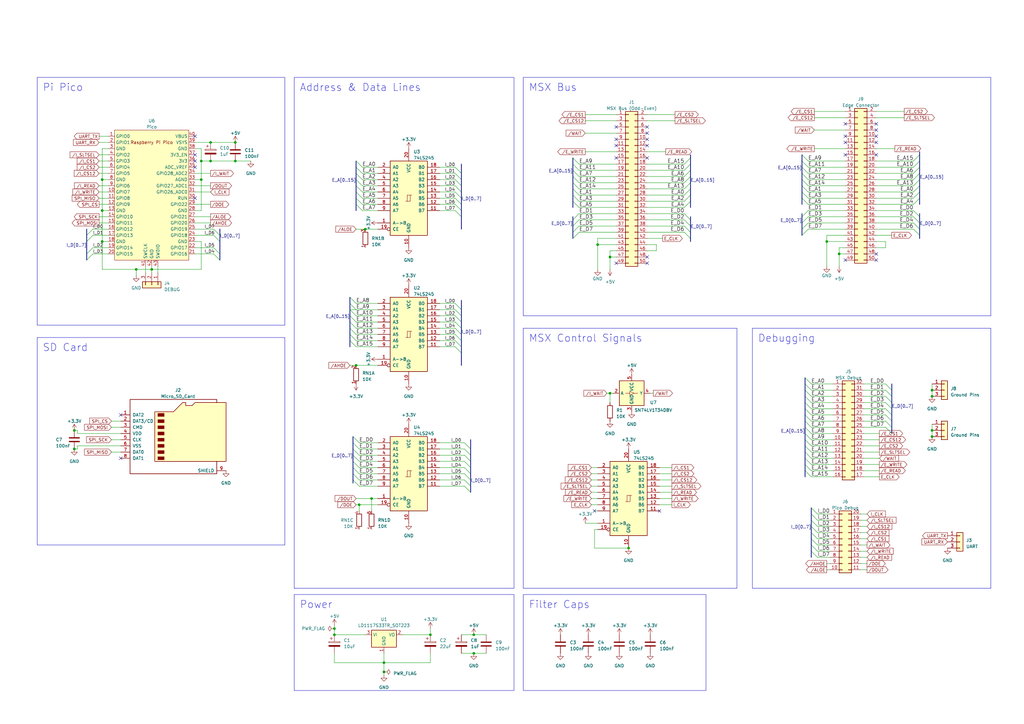
<source format=kicad_sch>
(kicad_sch (version 20231120) (generator "eeschema") (generator_version "8.0")
  (paper "A3")
  (title_block (title "PicoCart") (date "2024-02-18") (rev "2b") (company "NormStudios") (comment 1 "2024-02-18 : Switched I_WAIT and I_DOE on Pi Pico"))
  (junction (at 339.09 99.06))
  (junction (at 250.19 161.29))
  (junction (at 55.88 110.49))
  (junction (at 157.48 275.59))
  (junction (at 41.91 86.36))
  (junction (at 194.31 267.97))
  (junction (at 245.11 100.33))
  (junction (at 41.91 73.66))
  (junction (at 147.32 207.01))
  (junction (at 96.52 58.42))
  (junction (at 250.19 105.41))
  (junction (at 382.27 176.53))
  (junction (at 344.17 104.14))
  (junction (at 30.48 184.15))
  (junction (at 137.16 260.35))
  (junction (at 176.53 260.35))
  (junction (at 382.27 162.56))
  (junction (at 137.16 257.81))
  (junction (at 257.81 224.79))
  (junction (at 30.48 176.53))
  (junction (at 86.36 66.04))
  (junction (at 86.36 58.42))
  (junction (at 152.4 204.47))
  (junction (at 82.55 66.04))
  (junction (at 82.55 73.66))
  (junction (at 149.86 93.98))
  (junction (at 194.31 260.35))
  (junction (at 62.23 110.49))
  (junction (at 382.27 160.02))
  (junction (at 146.05 149.86))
  (junction (at 382.27 179.07))
  (junction (at 41.91 99.06))
  (junction (at 157.48 271.78))
  (junction (at 96.52 66.04))
  (no_connect (at 346.71 58.42))
  (no_connect (at 252.73 57.15))
  (no_connect (at 359.41 50.8))
  (no_connect (at 265.43 52.07))
  (no_connect (at 265.43 107.95))
  (no_connect (at 49.53 170.18))
  (no_connect (at 346.71 106.68))
  (no_connect (at 80.01 68.58))
  (no_connect (at 359.41 106.68))
  (no_connect (at 265.43 59.69))
  (no_connect (at 80.01 66.04))
  (no_connect (at 80.01 81.28))
  (no_connect (at 252.73 107.95))
  (no_connect (at 346.71 63.5))
  (no_connect (at 359.41 55.88))
  (no_connect (at 49.53 187.96))
  (no_connect (at 359.41 104.14))
  (no_connect (at 359.41 53.34))
  (no_connect (at 243.84 209.55))
  (no_connect (at 252.73 64.77))
  (no_connect (at 80.01 63.5))
  (no_connect (at 252.73 59.69))
  (no_connect (at 270.51 209.55))
  (no_connect (at 359.41 58.42))
  (no_connect (at 346.71 55.88))
  (no_connect (at 80.01 55.88))
  (no_connect (at 359.41 63.5))
  (no_connect (at 265.43 57.15))
  (no_connect (at 346.71 50.8))
  (no_connect (at 265.43 64.77))
  (no_connect (at 252.73 52.07))
  (no_connect (at 265.43 54.61))
  (no_connect (at 265.43 105.41))
  (bus_entry (at 374.65 91.44) (size 2.54 2.54))
  (bus_entry (at 280.67 67.31) (size 2.54 -2.54))
  (bus_entry (at 190.5 191.77) (size 2.54 2.54))
  (bus_entry (at 330.2 165.1) (size 2.54 2.54))
  (bus_entry (at 328.93 91.44) (size 2.54 -2.54))
  (bus_entry (at 87.63 101.6) (size 2.54 2.54))
  (bus_entry (at 143.51 129.54) (size 2.54 2.54))
  (bus_entry (at 190.5 181.61) (size 2.54 2.54))
  (bus_entry (at 146.05 73.66) (size 2.54 2.54))
  (bus_entry (at 330.2 154.94) (size 2.54 2.54))
  (bus_entry (at 186.69 76.2) (size 2.54 2.54))
  (bus_entry (at 186.69 132.08) (size 2.54 2.54))
  (bus_entry (at 186.69 134.62) (size 2.54 2.54))
  (bus_entry (at 144.78 179.07) (size 2.54 2.54))
  (bus_entry (at 143.51 134.62) (size 2.54 2.54))
  (bus_entry (at 234.95 95.25) (size 2.54 -2.54))
  (bus_entry (at 330.2 157.48) (size 2.54 2.54))
  (bus_entry (at 332.74 226.06) (size 2.54 2.54))
  (bus_entry (at 234.95 80.01) (size 2.54 2.54))
  (bus_entry (at 146.05 71.12) (size 2.54 2.54))
  (bus_entry (at 234.95 74.93) (size 2.54 2.54))
  (bus_entry (at 186.69 86.36) (size 2.54 2.54))
  (bus_entry (at 374.65 88.9) (size 2.54 2.54))
  (bus_entry (at 330.2 160.02) (size 2.54 2.54))
  (bus_entry (at 330.2 172.72) (size 2.54 2.54))
  (bus_entry (at 190.5 184.15) (size 2.54 2.54))
  (bus_entry (at 330.2 170.18) (size 2.54 2.54))
  (bus_entry (at 330.2 175.26) (size 2.54 2.54))
  (bus_entry (at 280.67 77.47) (size 2.54 -2.54))
  (bus_entry (at 234.95 97.79) (size 2.54 -2.54))
  (bus_entry (at 363.22 170.18) (size 2.54 2.54))
  (bus_entry (at 363.22 162.56) (size 2.54 2.54))
  (bus_entry (at 374.65 83.82) (size 2.54 -2.54))
  (bus_entry (at 186.69 124.46) (size 2.54 2.54))
  (bus_entry (at 190.5 199.39) (size 2.54 2.54))
  (bus_entry (at 144.78 181.61) (size 2.54 2.54))
  (bus_entry (at 332.74 213.36) (size 2.54 2.54))
  (bus_entry (at 328.93 78.74) (size 2.54 2.54))
  (bus_entry (at 328.93 68.58) (size 2.54 2.54))
  (bus_entry (at 280.67 74.93) (size 2.54 -2.54))
  (bus_entry (at 143.51 124.46) (size 2.54 2.54))
  (bus_entry (at 190.5 194.31) (size 2.54 2.54))
  (bus_entry (at 186.69 68.58) (size 2.54 2.54))
  (bus_entry (at 190.5 189.23) (size 2.54 2.54))
  (bus_entry (at 186.69 142.24) (size 2.54 2.54))
  (bus_entry (at 234.95 69.85) (size 2.54 2.54))
  (bus_entry (at 186.69 73.66) (size 2.54 2.54))
  (bus_entry (at 328.93 71.12) (size 2.54 2.54))
  (bus_entry (at 143.51 121.92) (size 2.54 2.54))
  (bus_entry (at 330.2 177.8) (size 2.54 2.54))
  (bus_entry (at 234.95 77.47) (size 2.54 2.54))
  (bus_entry (at 374.65 93.98) (size 2.54 2.54))
  (bus_entry (at 374.65 86.36) (size 2.54 2.54))
  (bus_entry (at 363.22 167.64) (size 2.54 2.54))
  (bus_entry (at 280.67 69.85) (size 2.54 -2.54))
  (bus_entry (at 363.22 160.02) (size 2.54 2.54))
  (bus_entry (at 374.65 71.12) (size 2.54 -2.54))
  (bus_entry (at 280.67 85.09) (size 2.54 -2.54))
  (bus_entry (at 38.1 101.6) (size -2.54 2.54))
  (bus_entry (at 186.69 83.82) (size 2.54 2.54))
  (bus_entry (at 330.2 190.5) (size 2.54 2.54))
  (bus_entry (at 363.22 165.1) (size 2.54 2.54))
  (bus_entry (at 87.63 96.52) (size 2.54 2.54))
  (bus_entry (at 332.74 223.52) (size 2.54 2.54))
  (bus_entry (at 328.93 81.28) (size 2.54 2.54))
  (bus_entry (at 330.2 167.64) (size 2.54 2.54))
  (bus_entry (at 143.51 139.7) (size 2.54 2.54))
  (bus_entry (at 280.67 90.17) (size 2.54 2.54))
  (bus_entry (at 87.63 104.14) (size 2.54 2.54))
  (bus_entry (at 144.78 196.85) (size 2.54 2.54))
  (bus_entry (at 190.5 196.85) (size 2.54 2.54))
  (bus_entry (at 146.05 78.74) (size 2.54 2.54))
  (bus_entry (at 374.65 76.2) (size 2.54 -2.54))
  (bus_entry (at 280.67 82.55) (size 2.54 -2.54))
  (bus_entry (at 280.67 72.39) (size 2.54 -2.54))
  (bus_entry (at 144.78 194.31) (size 2.54 2.54))
  (bus_entry (at 38.1 96.52) (size -2.54 2.54))
  (bus_entry (at 144.78 191.77) (size 2.54 2.54))
  (bus_entry (at 280.67 95.25) (size 2.54 2.54))
  (bus_entry (at 234.95 90.17) (size 2.54 -2.54))
  (bus_entry (at 330.2 185.42) (size 2.54 2.54))
  (bus_entry (at 146.05 68.58) (size 2.54 2.54))
  (bus_entry (at 186.69 139.7) (size 2.54 2.54))
  (bus_entry (at 143.51 127) (size 2.54 2.54))
  (bus_entry (at 234.95 92.71) (size 2.54 -2.54))
  (bus_entry (at 186.69 81.28) (size 2.54 2.54))
  (bus_entry (at 374.65 81.28) (size 2.54 -2.54))
  (bus_entry (at 328.93 66.04) (size 2.54 2.54))
  (bus_entry (at 328.93 63.5) (size 2.54 2.54))
  (bus_entry (at 328.93 76.2) (size 2.54 2.54))
  (bus_entry (at 332.74 210.82) (size 2.54 2.54))
  (bus_entry (at 363.22 175.26) (size 2.54 2.54))
  (bus_entry (at 234.95 72.39) (size 2.54 2.54))
  (bus_entry (at 143.51 137.16) (size 2.54 2.54))
  (bus_entry (at 234.95 64.77) (size 2.54 2.54))
  (bus_entry (at 146.05 81.28) (size 2.54 2.54))
  (bus_entry (at 38.1 93.98) (size -2.54 2.54))
  (bus_entry (at 280.67 87.63) (size 2.54 2.54))
  (bus_entry (at 330.2 182.88) (size 2.54 2.54))
  (bus_entry (at 374.65 78.74) (size 2.54 -2.54))
  (bus_entry (at 363.22 157.48) (size 2.54 2.54))
  (bus_entry (at 374.65 66.04) (size 2.54 -2.54))
  (bus_entry (at 143.51 132.08) (size 2.54 2.54))
  (bus_entry (at 332.74 218.44) (size 2.54 2.54))
  (bus_entry (at 144.78 186.69) (size 2.54 2.54))
  (bus_entry (at 374.65 73.66) (size 2.54 -2.54))
  (bus_entry (at 144.78 184.15) (size 2.54 2.54))
  (bus_entry (at 328.93 88.9) (size 2.54 -2.54))
  (bus_entry (at 146.05 76.2) (size 2.54 2.54))
  (bus_entry (at 332.74 215.9) (size 2.54 2.54))
  (bus_entry (at 38.1 104.14) (size -2.54 2.54))
  (bus_entry (at 332.74 220.98) (size 2.54 2.54))
  (bus_entry (at 186.69 127) (size 2.54 2.54))
  (bus_entry (at 146.05 66.04) (size 2.54 2.54))
  (bus_entry (at 186.69 137.16) (size 2.54 2.54))
  (bus_entry (at 146.05 83.82) (size 2.54 2.54))
  (bus_entry (at 330.2 180.34) (size 2.54 2.54))
  (bus_entry (at 330.2 162.56) (size 2.54 2.54))
  (bus_entry (at 328.93 73.66) (size 2.54 2.54))
  (bus_entry (at 186.69 129.54) (size 2.54 2.54))
  (bus_entry (at 328.93 96.52) (size 2.54 -2.54))
  (bus_entry (at 280.67 80.01) (size 2.54 -2.54))
  (bus_entry (at 330.2 193.04) (size 2.54 2.54))
  (bus_entry (at 330.2 187.96) (size 2.54 2.54))
  (bus_entry (at 186.69 78.74) (size 2.54 2.54))
  (bus_entry (at 234.95 82.55) (size 2.54 2.54))
  (bus_entry (at 234.95 67.31) (size 2.54 2.54))
  (bus_entry (at 144.78 189.23) (size 2.54 2.54))
  (bus_entry (at 190.5 186.69) (size 2.54 2.54))
  (bus_entry (at 363.22 172.72) (size 2.54 2.54))
  (bus_entry (at 87.63 93.98) (size 2.54 2.54))
  (bus_entry (at 280.67 92.71) (size 2.54 2.54))
  (bus_entry (at 332.74 208.28) (size 2.54 2.54))
  (bus_entry (at 328.93 93.98) (size 2.54 -2.54))
  (bus_entry (at 186.69 71.12) (size 2.54 2.54))
  (bus_entry (at 374.65 68.58) (size 2.54 -2.54))
  (wire (pts (xy 248.92 161.29) (xy 250.19 161.29)))
  (wire (pts (xy 353.06 215.9) (xy 355.6 215.9)))
  (wire (pts (xy 31.75 184.15) (xy 30.48 184.15)))
  (wire (pts (xy 40.64 58.42) (xy 44.45 58.42)))
  (wire (pts (xy 332.74 162.56) (xy 341.63 162.56)))
  (wire (pts (xy 354.33 157.48) (xy 363.22 157.48)))
  (bus (pts (xy 328.93 73.66) (xy 328.93 76.2)))
  (bus (pts (xy 146.05 76.2) (xy 146.05 78.74)))
  (bus (pts (xy 90.17 99.06) (xy 90.17 104.14)))
  (wire (pts (xy 147.32 199.39) (xy 154.94 199.39)))
  (bus (pts (xy 365.76 162.56) (xy 365.76 165.1)))
  (bus (pts (xy 90.17 96.52) (xy 90.17 99.06)))
  (bus (pts (xy 143.51 132.08) (xy 143.51 134.62)))
  (wire (pts (xy 331.47 73.66) (xy 346.71 73.66)))
  (wire (pts (xy 382.27 176.53) (xy 382.27 179.07)))
  (wire (pts (xy 180.34 191.77) (xy 190.5 191.77)))
  (wire (pts (xy 243.84 217.17) (xy 245.11 217.17)))
  (wire (pts (xy 237.49 80.01) (xy 252.73 80.01)))
  (wire (pts (xy 331.47 88.9) (xy 346.71 88.9)))
  (bus (pts (xy 35.56 99.06) (xy 35.56 104.14)))
  (bus (pts (xy 377.19 62.23) (xy 377.19 63.5)))
  (wire (pts (xy 332.74 185.42) (xy 341.63 185.42)))
  (wire (pts (xy 265.43 77.47) (xy 280.67 77.47)))
  (wire (pts (xy 41.91 73.66) (xy 44.45 73.66)))
  (wire (pts (xy 339.09 99.06) (xy 339.09 109.22)))
  (wire (pts (xy 180.34 184.15) (xy 190.5 184.15)))
  (bus (pts (xy 189.23 71.12) (xy 189.23 73.66)))
  (wire (pts (xy 180.34 71.12) (xy 186.69 71.12)))
  (wire (pts (xy 147.32 191.77) (xy 154.94 191.77)))
  (wire (pts (xy 40.64 76.2) (xy 44.45 76.2)))
  (wire (pts (xy 359.41 48.26) (xy 370.84 48.26)))
  (wire (pts (xy 240.03 46.99) (xy 252.73 46.99)))
  (bus (pts (xy 332.74 223.52) (xy 332.74 226.06)))
  (bus (pts (xy 330.2 154.94) (xy 330.2 157.48)))
  (wire (pts (xy 180.34 137.16) (xy 186.69 137.16)))
  (wire (pts (xy 354.33 175.26) (xy 363.22 175.26)))
  (bus (pts (xy 143.51 121.92) (xy 143.51 124.46)))
  (wire (pts (xy 250.19 102.87) (xy 252.73 102.87)))
  (wire (pts (xy 332.74 195.58) (xy 341.63 195.58)))
  (bus (pts (xy 330.2 170.18) (xy 330.2 172.72)))
  (wire (pts (xy 270.51 207.01) (xy 275.59 207.01)))
  (wire (pts (xy 265.43 82.55) (xy 280.67 82.55)))
  (wire (pts (xy 359.41 99.06) (xy 363.22 99.06)))
  (wire (pts (xy 334.01 60.96) (xy 346.71 60.96)))
  (wire (pts (xy 359.41 88.9) (xy 374.65 88.9)))
  (bus (pts (xy 332.74 210.82) (xy 332.74 213.36)))
  (bus (pts (xy 189.23 67.31) (xy 189.23 71.12)))
  (wire (pts (xy 137.16 257.81) (xy 137.16 260.35)))
  (bus (pts (xy 144.78 186.69) (xy 144.78 189.23)))
  (wire (pts (xy 147.32 189.23) (xy 154.94 189.23)))
  (wire (pts (xy 146.05 93.98) (xy 149.86 93.98)))
  (wire (pts (xy 80.01 93.98) (xy 87.63 93.98)))
  (bus (pts (xy 377.19 68.58) (xy 377.19 71.12)))
  (wire (pts (xy 40.64 63.5) (xy 44.45 63.5)))
  (wire (pts (xy 80.01 78.74) (xy 86.36 78.74)))
  (bus (pts (xy 193.04 199.39) (xy 193.04 201.93)))
  (wire (pts (xy 354.33 172.72) (xy 363.22 172.72)))
  (wire (pts (xy 45.72 185.42) (xy 49.53 185.42)))
  (wire (pts (xy 80.01 58.42) (xy 86.36 58.42)))
  (bus (pts (xy 143.51 127) (xy 143.51 129.54)))
  (wire (pts (xy 86.36 66.04) (xy 96.52 66.04)))
  (wire (pts (xy 240.03 54.61) (xy 252.73 54.61)))
  (bus (pts (xy 330.2 175.26) (xy 330.2 177.8)))
  (wire (pts (xy 331.47 83.82) (xy 346.71 83.82)))
  (wire (pts (xy 354.33 195.58) (xy 360.68 195.58)))
  (wire (pts (xy 41.91 110.49) (xy 55.88 110.49)))
  (wire (pts (xy 189.23 267.97) (xy 194.31 267.97)))
  (wire (pts (xy 45.72 175.26) (xy 49.53 175.26)))
  (bus (pts (xy 330.2 193.04) (xy 330.2 195.58)))
  (bus (pts (xy 234.95 67.31) (xy 234.95 69.85)))
  (bus (pts (xy 330.2 190.5) (xy 330.2 193.04)))
  (bus (pts (xy 189.23 88.9) (xy 189.23 93.98)))
  (wire (pts (xy 157.48 275.59) (xy 157.48 271.78)))
  (wire (pts (xy 359.41 91.44) (xy 374.65 91.44)))
  (bus (pts (xy 143.51 137.16) (xy 143.51 139.7)))
  (wire (pts (xy 180.34 139.7) (xy 186.69 139.7)))
  (wire (pts (xy 339.09 96.52) (xy 339.09 99.06)))
  (wire (pts (xy 146.05 207.01) (xy 147.32 207.01)))
  (wire (pts (xy 270.51 201.93) (xy 275.59 201.93)))
  (wire (pts (xy 250.19 165.1) (xy 250.19 161.29)))
  (wire (pts (xy 31.75 182.88) (xy 49.53 182.88)))
  (bus (pts (xy 189.23 142.24) (xy 189.23 144.78)))
  (wire (pts (xy 353.06 220.98) (xy 355.6 220.98)))
  (bus (pts (xy 146.05 81.28) (xy 146.05 83.82)))
  (wire (pts (xy 354.33 160.02) (xy 363.22 160.02)))
  (wire (pts (xy 240.03 49.53) (xy 252.73 49.53)))
  (wire (pts (xy 332.74 172.72) (xy 341.63 172.72)))
  (wire (pts (xy 334.01 45.72) (xy 346.71 45.72)))
  (bus (pts (xy 332.74 218.44) (xy 332.74 220.98)))
  (bus (pts (xy 234.95 74.93) (xy 234.95 77.47)))
  (bus (pts (xy 193.04 191.77) (xy 193.04 194.31)))
  (bus (pts (xy 283.21 67.31) (xy 283.21 69.85)))
  (wire (pts (xy 40.64 66.04) (xy 44.45 66.04)))
  (bus (pts (xy 193.04 184.15) (xy 193.04 186.69)))
  (wire (pts (xy 38.1 96.52) (xy 44.45 96.52)))
  (bus (pts (xy 283.21 72.39) (xy 283.21 74.93)))
  (wire (pts (xy 80.01 88.9) (xy 86.36 88.9)))
  (wire (pts (xy 270.51 194.31) (xy 275.59 194.31)))
  (bus (pts (xy 328.93 78.74) (xy 328.93 81.28)))
  (bus (pts (xy 90.17 104.14) (xy 90.17 106.68)))
  (bus (pts (xy 330.2 187.96) (xy 330.2 190.5)))
  (wire (pts (xy 265.43 92.71) (xy 280.67 92.71)))
  (bus (pts (xy 143.51 124.46) (xy 143.51 127)))
  (bus (pts (xy 234.95 88.9) (xy 234.95 90.17)))
  (wire (pts (xy 359.41 83.82) (xy 374.65 83.82)))
  (bus (pts (xy 377.19 73.66) (xy 377.19 76.2)))
  (wire (pts (xy 137.16 260.35) (xy 149.86 260.35)))
  (wire (pts (xy 359.41 78.74) (xy 374.65 78.74)))
  (wire (pts (xy 353.06 233.68) (xy 355.6 233.68)))
  (bus (pts (xy 143.51 129.54) (xy 143.51 132.08)))
  (bus (pts (xy 234.95 92.71) (xy 234.95 95.25)))
  (wire (pts (xy 180.34 127) (xy 186.69 127)))
  (bus (pts (xy 234.95 77.47) (xy 234.95 80.01)))
  (wire (pts (xy 45.72 172.72) (xy 49.53 172.72)))
  (wire (pts (xy 335.28 210.82) (xy 340.36 210.82)))
  (bus (pts (xy 283.21 64.77) (xy 283.21 67.31)))
  (bus (pts (xy 377.19 78.74) (xy 377.19 81.28)))
  (wire (pts (xy 146.05 204.47) (xy 152.4 204.47)))
  (wire (pts (xy 180.34 142.24) (xy 186.69 142.24)))
  (wire (pts (xy 55.88 113.03) (xy 55.88 110.49)))
  (wire (pts (xy 237.49 74.93) (xy 252.73 74.93)))
  (bus (pts (xy 234.95 69.85) (xy 234.95 72.39)))
  (bus (pts (xy 328.93 66.04) (xy 328.93 68.58)))
  (bus (pts (xy 234.95 64.77) (xy 234.95 67.31)))
  (wire (pts (xy 344.17 101.6) (xy 344.17 104.14)))
  (bus (pts (xy 189.23 73.66) (xy 189.23 76.2)))
  (wire (pts (xy 242.57 199.39) (xy 245.11 199.39)))
  (bus (pts (xy 328.93 68.58) (xy 328.93 71.12)))
  (bus (pts (xy 330.2 162.56) (xy 330.2 165.1)))
  (wire (pts (xy 147.32 207.01) (xy 147.32 209.55)))
  (wire (pts (xy 265.43 72.39) (xy 280.67 72.39)))
  (wire (pts (xy 82.55 66.04) (xy 86.36 66.04)))
  (wire (pts (xy 332.74 187.96) (xy 341.63 187.96)))
  (bus (pts (xy 377.19 71.12) (xy 377.19 73.66)))
  (wire (pts (xy 240.03 62.23) (xy 252.73 62.23)))
  (bus (pts (xy 328.93 88.9) (xy 328.93 91.44)))
  (wire (pts (xy 176.53 271.78) (xy 176.53 267.97)))
  (wire (pts (xy 40.64 81.28) (xy 44.45 81.28)))
  (bus (pts (xy 144.78 191.77) (xy 144.78 194.31)))
  (wire (pts (xy 152.4 204.47) (xy 154.94 204.47)))
  (wire (pts (xy 334.01 48.26) (xy 346.71 48.26)))
  (bus (pts (xy 234.95 95.25) (xy 234.95 97.79)))
  (wire (pts (xy 353.06 210.82) (xy 355.6 210.82)))
  (wire (pts (xy 80.01 76.2) (xy 86.36 76.2)))
  (wire (pts (xy 40.64 91.44) (xy 44.45 91.44)))
  (bus (pts (xy 332.74 208.28) (xy 332.74 210.82)))
  (wire (pts (xy 332.74 180.34) (xy 341.63 180.34)))
  (wire (pts (xy 359.41 66.04) (xy 374.65 66.04)))
  (wire (pts (xy 250.19 161.29) (xy 251.46 161.29)))
  (wire (pts (xy 354.33 182.88) (xy 360.68 182.88)))
  (wire (pts (xy 382.27 173.99) (xy 382.27 176.53)))
  (wire (pts (xy 180.34 73.66) (xy 186.69 73.66)))
  (wire (pts (xy 148.59 78.74) (xy 154.94 78.74)))
  (bus (pts (xy 189.23 76.2) (xy 189.23 78.74)))
  (bus (pts (xy 328.93 91.44) (xy 328.93 93.98)))
  (wire (pts (xy 147.32 181.61) (xy 154.94 181.61)))
  (bus (pts (xy 283.21 95.25) (xy 283.21 97.79)))
  (wire (pts (xy 335.28 228.6) (xy 340.36 228.6)))
  (wire (pts (xy 354.33 165.1) (xy 363.22 165.1)))
  (wire (pts (xy 353.06 213.36) (xy 355.6 213.36)))
  (bus (pts (xy 144.78 181.61) (xy 144.78 184.15)))
  (wire (pts (xy 194.31 260.35) (xy 199.39 260.35)))
  (wire (pts (xy 242.57 204.47) (xy 245.11 204.47)))
  (bus (pts (xy 283.21 90.17) (xy 283.21 92.71)))
  (wire (pts (xy 45.72 180.34) (xy 49.53 180.34)))
  (wire (pts (xy 146.05 142.24) (xy 154.94 142.24)))
  (bus (pts (xy 328.93 63.5) (xy 328.93 66.04)))
  (bus (pts (xy 144.78 179.07) (xy 144.78 181.61)))
  (bus (pts (xy 189.23 123.19) (xy 189.23 127)))
  (wire (pts (xy 266.7 161.29) (xy 267.97 161.29)))
  (bus (pts (xy 377.19 88.9) (xy 377.19 91.44)))
  (wire (pts (xy 344.17 101.6) (xy 346.71 101.6)))
  (wire (pts (xy 180.34 124.46) (xy 186.69 124.46)))
  (bus (pts (xy 189.23 78.74) (xy 189.23 81.28)))
  (wire (pts (xy 331.47 81.28) (xy 346.71 81.28)))
  (bus (pts (xy 90.17 93.98) (xy 90.17 96.52)))
  (wire (pts (xy 180.34 68.58) (xy 186.69 68.58)))
  (wire (pts (xy 176.53 257.81) (xy 176.53 260.35)))
  (wire (pts (xy 41.91 73.66) (xy 41.91 86.36)))
  (wire (pts (xy 82.55 66.04) (xy 82.55 73.66)))
  (wire (pts (xy 82.55 99.06) (xy 82.55 110.49)))
  (wire (pts (xy 359.41 86.36) (xy 374.65 86.36)))
  (wire (pts (xy 80.01 96.52) (xy 87.63 96.52)))
  (wire (pts (xy 180.34 196.85) (xy 190.5 196.85)))
  (wire (pts (xy 332.74 177.8) (xy 341.63 177.8)))
  (wire (pts (xy 80.01 60.96) (xy 82.55 60.96)))
  (wire (pts (xy 346.71 99.06) (xy 339.09 99.06)))
  (bus (pts (xy 365.76 160.02) (xy 365.76 162.56)))
  (wire (pts (xy 242.57 201.93) (xy 245.11 201.93)))
  (wire (pts (xy 354.33 180.34) (xy 360.68 180.34)))
  (wire (pts (xy 265.43 67.31) (xy 280.67 67.31)))
  (bus (pts (xy 283.21 82.55) (xy 283.21 85.09)))
  (wire (pts (xy 146.05 139.7) (xy 154.94 139.7)))
  (wire (pts (xy 189.23 260.35) (xy 194.31 260.35)))
  (wire (pts (xy 146.05 137.16) (xy 154.94 137.16)))
  (wire (pts (xy 146.05 127) (xy 154.94 127)))
  (wire (pts (xy 335.28 218.44) (xy 340.36 218.44)))
  (wire (pts (xy 41.91 60.96) (xy 41.91 73.66)))
  (wire (pts (xy 335.28 213.36) (xy 340.36 213.36)))
  (wire (pts (xy 148.59 68.58) (xy 154.94 68.58)))
  (wire (pts (xy 237.49 92.71) (xy 252.73 92.71)))
  (wire (pts (xy 242.57 207.01) (xy 245.11 207.01)))
  (wire (pts (xy 240.03 214.63) (xy 245.11 214.63)))
  (wire (pts (xy 147.32 184.15) (xy 154.94 184.15)))
  (wire (pts (xy 148.59 76.2) (xy 154.94 76.2)))
  (wire (pts (xy 354.33 187.96) (xy 360.68 187.96)))
  (wire (pts (xy 331.47 76.2) (xy 346.71 76.2)))
  (wire (pts (xy 147.32 207.01) (xy 154.94 207.01)))
  (wire (pts (xy 354.33 193.04) (xy 360.68 193.04)))
  (wire (pts (xy 265.43 85.09) (xy 280.67 85.09)))
  (wire (pts (xy 180.34 199.39) (xy 190.5 199.39)))
  (wire (pts (xy 344.17 104.14) (xy 344.17 109.22)))
  (bus (pts (xy 144.78 189.23) (xy 144.78 191.77)))
  (bus (pts (xy 330.2 160.02) (xy 330.2 162.56)))
  (bus (pts (xy 193.04 194.31) (xy 193.04 196.85)))
  (wire (pts (xy 180.34 194.31) (xy 190.5 194.31)))
  (wire (pts (xy 38.1 104.14) (xy 44.45 104.14)))
  (wire (pts (xy 353.06 228.6) (xy 355.6 228.6)))
  (bus (pts (xy 332.74 226.06) (xy 332.74 228.6)))
  (wire (pts (xy 252.73 97.79) (xy 245.11 97.79)))
  (wire (pts (xy 359.41 45.72) (xy 370.84 45.72)))
  (bus (pts (xy 377.19 66.04) (xy 377.19 68.58)))
  (wire (pts (xy 82.55 110.49) (xy 62.23 110.49)))
  (bus (pts (xy 365.76 157.48) (xy 365.76 160.02)))
  (bus (pts (xy 283.21 63.5) (xy 283.21 64.77)))
  (bus (pts (xy 328.93 81.28) (xy 328.93 83.82)))
  (wire (pts (xy 31.75 177.8) (xy 49.53 177.8)))
  (wire (pts (xy 137.16 256.54) (xy 137.16 257.81)))
  (wire (pts (xy 332.74 182.88) (xy 341.63 182.88)))
  (bus (pts (xy 328.93 76.2) (xy 328.93 78.74)))
  (bus (pts (xy 283.21 92.71) (xy 283.21 95.25)))
  (wire (pts (xy 59.69 109.22) (xy 59.69 111.76)))
  (wire (pts (xy 40.64 71.12) (xy 44.45 71.12)))
  (wire (pts (xy 331.47 71.12) (xy 346.71 71.12)))
  (wire (pts (xy 269.24 100.33) (xy 269.24 102.87)))
  (wire (pts (xy 137.16 271.78) (xy 137.16 267.97)))
  (wire (pts (xy 242.57 194.31) (xy 245.11 194.31)))
  (wire (pts (xy 82.55 86.36) (xy 80.01 86.36)))
  (wire (pts (xy 237.49 72.39) (xy 252.73 72.39)))
  (wire (pts (xy 146.05 129.54) (xy 154.94 129.54)))
  (wire (pts (xy 180.34 78.74) (xy 186.69 78.74)))
  (bus (pts (xy 193.04 186.69) (xy 193.04 189.23)))
  (wire (pts (xy 40.64 83.82) (xy 44.45 83.82)))
  (wire (pts (xy 148.59 86.36) (xy 154.94 86.36)))
  (bus (pts (xy 189.23 137.16) (xy 189.23 139.7)))
  (wire (pts (xy 332.74 193.04) (xy 341.63 193.04)))
  (wire (pts (xy 80.01 101.6) (xy 87.63 101.6)))
  (wire (pts (xy 331.47 91.44) (xy 346.71 91.44)))
  (wire (pts (xy 346.71 96.52) (xy 339.09 96.52)))
  (wire (pts (xy 339.09 233.68) (xy 340.36 233.68)))
  (wire (pts (xy 363.22 99.06) (xy 363.22 101.6)))
  (bus (pts (xy 189.23 81.28) (xy 189.23 83.82)))
  (bus (pts (xy 332.74 215.9) (xy 332.74 218.44)))
  (wire (pts (xy 331.47 68.58) (xy 346.71 68.58)))
  (wire (pts (xy 148.59 81.28) (xy 154.94 81.28)))
  (bus (pts (xy 35.56 93.98) (xy 35.56 96.52)))
  (bus (pts (xy 377.19 93.98) (xy 377.19 96.52)))
  (wire (pts (xy 243.84 224.79) (xy 257.81 224.79)))
  (wire (pts (xy 270.51 199.39) (xy 275.59 199.39)))
  (bus (pts (xy 146.05 83.82) (xy 146.05 86.36)))
  (bus (pts (xy 365.76 165.1) (xy 365.76 167.64)))
  (wire (pts (xy 265.43 46.99) (xy 276.86 46.99)))
  (wire (pts (xy 332.74 167.64) (xy 341.63 167.64)))
  (bus (pts (xy 234.95 72.39) (xy 234.95 74.93)))
  (wire (pts (xy 148.59 73.66) (xy 154.94 73.66)))
  (bus (pts (xy 328.93 71.12) (xy 328.93 73.66)))
  (wire (pts (xy 331.47 66.04) (xy 346.71 66.04)))
  (wire (pts (xy 335.28 220.98) (xy 340.36 220.98)))
  (wire (pts (xy 157.48 271.78) (xy 176.53 271.78)))
  (bus (pts (xy 234.95 90.17) (xy 234.95 92.71)))
  (wire (pts (xy 270.51 191.77) (xy 275.59 191.77)))
  (wire (pts (xy 41.91 99.06) (xy 41.91 110.49)))
  (wire (pts (xy 137.16 271.78) (xy 157.48 271.78)))
  (bus (pts (xy 146.05 71.12) (xy 146.05 73.66)))
  (wire (pts (xy 242.57 196.85) (xy 245.11 196.85)))
  (bus (pts (xy 189.23 83.82) (xy 189.23 86.36)))
  (bus (pts (xy 330.2 172.72) (xy 330.2 175.26)))
  (bus (pts (xy 283.21 77.47) (xy 283.21 80.01)))
  (wire (pts (xy 270.51 196.85) (xy 275.59 196.85)))
  (wire (pts (xy 180.34 134.62) (xy 186.69 134.62)))
  (wire (pts (xy 148.59 71.12) (xy 154.94 71.12)))
  (wire (pts (xy 147.32 194.31) (xy 154.94 194.31)))
  (bus (pts (xy 189.23 144.78) (xy 189.23 149.86)))
  (wire (pts (xy 80.01 73.66) (xy 82.55 73.66)))
  (wire (pts (xy 41.91 99.06) (xy 44.45 99.06)))
  (wire (pts (xy 148.59 83.82) (xy 154.94 83.82)))
  (wire (pts (xy 41.91 86.36) (xy 44.45 86.36)))
  (bus (pts (xy 146.05 68.58) (xy 146.05 71.12)))
  (wire (pts (xy 332.74 170.18) (xy 341.63 170.18)))
  (wire (pts (xy 64.77 109.22) (xy 64.77 111.76)))
  (wire (pts (xy 44.45 60.96) (xy 41.91 60.96)))
  (wire (pts (xy 359.41 81.28) (xy 374.65 81.28)))
  (bus (pts (xy 283.21 88.9) (xy 283.21 90.17)))
  (bus (pts (xy 330.2 167.64) (xy 330.2 170.18)))
  (wire (pts (xy 332.74 190.5) (xy 341.63 190.5)))
  (wire (pts (xy 270.51 204.47) (xy 275.59 204.47)))
  (wire (pts (xy 335.28 223.52) (xy 340.36 223.52)))
  (bus (pts (xy 146.05 66.04) (xy 146.05 68.58)))
  (wire (pts (xy 146.05 134.62) (xy 154.94 134.62)))
  (wire (pts (xy 245.11 209.55) (xy 243.84 209.55)))
  (bus (pts (xy 143.51 134.62) (xy 143.51 137.16)))
  (bus (pts (xy 330.2 165.1) (xy 330.2 167.64)))
  (bus (pts (xy 330.2 157.48) (xy 330.2 160.02)))
  (wire (pts (xy 80.01 71.12) (xy 86.36 71.12)))
  (wire (pts (xy 80.01 104.14) (xy 87.63 104.14)))
  (wire (pts (xy 359.41 73.66) (xy 374.65 73.66)))
  (wire (pts (xy 250.19 102.87) (xy 250.19 105.41)))
  (wire (pts (xy 31.75 182.88) (xy 31.75 184.15)))
  (wire (pts (xy 243.84 217.17) (xy 243.84 224.79)))
  (wire (pts (xy 265.43 49.53) (xy 276.86 49.53)))
  (wire (pts (xy 332.74 157.48) (xy 341.63 157.48)))
  (wire (pts (xy 265.43 90.17) (xy 280.67 90.17)))
  (bus (pts (xy 283.21 74.93) (xy 283.21 77.47)))
  (wire (pts (xy 250.19 105.41) (xy 250.19 110.49)))
  (wire (pts (xy 146.05 124.46) (xy 154.94 124.46)))
  (wire (pts (xy 102.87 66.04) (xy 96.52 66.04)))
  (wire (pts (xy 382.27 160.02) (xy 382.27 162.56)))
  (wire (pts (xy 157.48 276.86) (xy 157.48 275.59)))
  (wire (pts (xy 146.05 127) (xy 143.51 127)))
  (wire (pts (xy 252.73 100.33) (xy 245.11 100.33)))
  (bus (pts (xy 189.23 139.7) (xy 189.23 142.24)))
  (bus (pts (xy 283.21 97.79) (xy 283.21 99.06)))
  (wire (pts (xy 354.33 185.42) (xy 360.68 185.42)))
  (wire (pts (xy 86.36 58.42) (xy 96.52 58.42)))
  (bus (pts (xy 144.78 194.31) (xy 144.78 196.85)))
  (wire (pts (xy 180.34 132.08) (xy 186.69 132.08)))
  (bus (pts (xy 377.19 96.52) (xy 377.19 97.79)))
  (wire (pts (xy 82.55 73.66) (xy 82.55 86.36)))
  (wire (pts (xy 237.49 67.31) (xy 252.73 67.31)))
  (wire (pts (xy 245.11 97.79) (xy 245.11 100.33)))
  (wire (pts (xy 149.86 93.98) (xy 154.94 93.98)))
  (wire (pts (xy 265.43 100.33) (xy 269.24 100.33)))
  (wire (pts (xy 180.34 76.2) (xy 186.69 76.2)))
  (bus (pts (xy 146.05 78.74) (xy 146.05 81.28)))
  (wire (pts (xy 237.49 77.47) (xy 252.73 77.47)))
  (wire (pts (xy 62.23 110.49) (xy 62.23 111.76)))
  (bus (pts (xy 144.78 196.85) (xy 144.78 198.12)))
  (wire (pts (xy 359.41 76.2) (xy 374.65 76.2)))
  (bus (pts (xy 330.2 180.34) (xy 330.2 182.88)))
  (bus (pts (xy 146.05 73.66) (xy 146.05 76.2)))
  (wire (pts (xy 80.01 99.06) (xy 82.55 99.06)))
  (wire (pts (xy 40.64 68.58) (xy 44.45 68.58)))
  (wire (pts (xy 147.32 196.85) (xy 154.94 196.85)))
  (wire (pts (xy 55.88 110.49) (xy 62.23 110.49)))
  (wire (pts (xy 147.32 186.69) (xy 154.94 186.69)))
  (wire (pts (xy 331.47 78.74) (xy 346.71 78.74)))
  (wire (pts (xy 180.34 189.23) (xy 190.5 189.23)))
  (wire (pts (xy 332.74 160.02) (xy 341.63 160.02)))
  (bus (pts (xy 193.04 180.34) (xy 193.04 184.15)))
  (wire (pts (xy 237.49 69.85) (xy 252.73 69.85)))
  (wire (pts (xy 62.23 110.49) (xy 62.23 109.22)))
  (bus (pts (xy 377.19 81.28) (xy 377.19 83.82)))
  (wire (pts (xy 339.09 231.14) (xy 340.36 231.14)))
  (wire (pts (xy 359.41 96.52) (xy 365.76 96.52)))
  (wire (pts (xy 146.05 149.86) (xy 154.94 149.86)))
  (bus (pts (xy 283.21 69.85) (xy 283.21 72.39)))
  (bus (pts (xy 189.23 132.08) (xy 189.23 134.62)))
  (wire (pts (xy 353.06 223.52) (xy 355.6 223.52)))
  (wire (pts (xy 194.31 267.97) (xy 199.39 267.97)))
  (wire (pts (xy 354.33 170.18) (xy 363.22 170.18)))
  (wire (pts (xy 265.43 80.01) (xy 280.67 80.01)))
  (wire (pts (xy 382.27 157.48) (xy 382.27 160.02)))
  (wire (pts (xy 242.57 191.77) (xy 245.11 191.77)))
  (bus (pts (xy 332.74 213.36) (xy 332.74 215.9)))
  (wire (pts (xy 157.48 271.78) (xy 157.48 267.97)))
  (wire (pts (xy 180.34 83.82) (xy 186.69 83.82)))
  (bus (pts (xy 332.74 220.98) (xy 332.74 223.52)))
  (wire (pts (xy 331.47 93.98) (xy 346.71 93.98)))
  (bus (pts (xy 143.51 139.7) (xy 143.51 142.24)))
  (wire (pts (xy 359.41 71.12) (xy 374.65 71.12)))
  (wire (pts (xy 143.51 149.86) (xy 146.05 149.86)))
  (wire (pts (xy 180.34 186.69) (xy 190.5 186.69)))
  (bus (pts (xy 330.2 182.88) (xy 330.2 185.42)))
  (wire (pts (xy 346.71 104.14) (xy 344.17 104.14)))
  (wire (pts (xy 237.49 82.55) (xy 252.73 82.55)))
  (wire (pts (xy 40.64 88.9) (xy 44.45 88.9)))
  (bus (pts (xy 365.76 172.72) (xy 365.76 175.26)))
  (wire (pts (xy 332.74 165.1) (xy 341.63 165.1)))
  (wire (pts (xy 152.4 204.47) (xy 152.4 209.55)))
  (bus (pts (xy 144.78 184.15) (xy 144.78 186.69)))
  (wire (pts (xy 237.49 95.25) (xy 252.73 95.25)))
  (wire (pts (xy 82.55 60.96) (xy 82.55 66.04)))
  (wire (pts (xy 265.43 95.25) (xy 280.67 95.25)))
  (bus (pts (xy 377.19 76.2) (xy 377.19 78.74)))
  (wire (pts (xy 335.28 226.06) (xy 340.36 226.06)))
  (wire (pts (xy 335.28 215.9) (xy 340.36 215.9)))
  (wire (pts (xy 265.43 97.79) (xy 271.78 97.79)))
  (wire (pts (xy 353.06 231.14) (xy 355.6 231.14)))
  (wire (pts (xy 245.11 100.33) (xy 245.11 110.49)))
  (bus (pts (xy 35.56 96.52) (xy 35.56 99.06)))
  (wire (pts (xy 180.34 129.54) (xy 186.69 129.54)))
  (bus (pts (xy 193.04 196.85) (xy 193.04 199.39)))
  (bus (pts (xy 283.21 80.01) (xy 283.21 82.55)))
  (bus (pts (xy 189.23 129.54) (xy 189.23 132.08)))
  (bus (pts (xy 377.19 91.44) (xy 377.19 93.98)))
  (wire (pts (xy 265.43 87.63) (xy 280.67 87.63)))
  (wire (pts (xy 237.49 87.63) (xy 252.73 87.63)))
  (wire (pts (xy 363.22 101.6) (xy 359.41 101.6)))
  (wire (pts (xy 265.43 69.85) (xy 280.67 69.85)))
  (bus (pts (xy 377.19 63.5) (xy 377.19 66.04)))
  (wire (pts (xy 180.34 181.61) (xy 190.5 181.61)))
  (bus (pts (xy 377.19 87.63) (xy 377.19 88.9)))
  (wire (pts (xy 265.43 62.23) (xy 273.05 62.23)))
  (wire (pts (xy 146.05 132.08) (xy 154.94 132.08)))
  (wire (pts (xy 38.1 93.98) (xy 44.45 93.98)))
  (bus (pts (xy 328.93 87.63) (xy 328.93 88.9)))
  (wire (pts (xy 165.1 260.35) (xy 176.53 260.35)))
  (bus (pts (xy 189.23 127) (xy 189.23 129.54)))
  (wire (pts (xy 41.91 86.36) (xy 41.91 99.06)))
  (wire (pts (xy 180.34 81.28) (xy 186.69 81.28)))
  (wire (pts (xy 359.41 93.98) (xy 374.65 93.98)))
  (wire (pts (xy 354.33 162.56) (xy 363.22 162.56)))
  (bus (pts (xy 365.76 167.64) (xy 365.76 170.18)))
  (wire (pts (xy 80.01 91.44) (xy 86.36 91.44)))
  (wire (pts (xy 354.33 190.5) (xy 360.68 190.5)))
  (wire (pts (xy 237.49 85.09) (xy 252.73 85.09)))
  (wire (pts (xy 334.01 53.34) (xy 346.71 53.34)))
  (wire (pts (xy 331.47 86.36) (xy 346.71 86.36)))
  (bus (pts (xy 330.2 185.42) (xy 330.2 187.96)))
  (wire (pts (xy 38.1 101.6) (xy 44.45 101.6)))
  (bus (pts (xy 234.95 80.01) (xy 234.95 82.55)))
  (bus (pts (xy 365.76 170.18) (xy 365.76 172.72)))
  (wire (pts (xy 353.06 226.06) (xy 355.6 226.06)))
  (wire (pts (xy 359.41 60.96) (xy 367.03 60.96)))
  (bus (pts (xy 189.23 86.36) (xy 189.23 88.9)))
  (bus (pts (xy 189.23 134.62) (xy 189.23 137.16)))
  (bus (pts (xy 35.56 104.14) (xy 35.56 106.68)))
  (wire (pts (xy 31.75 176.53) (xy 31.75 177.8)))
  (wire (pts (xy 180.34 86.36) (xy 186.69 86.36)))
  (bus (pts (xy 330.2 177.8) (xy 330.2 180.34)))
  (wire (pts (xy 40.64 55.88) (xy 44.45 55.88)))
  (wire (pts (xy 354.33 167.64) (xy 363.22 167.64)))
  (wire (pts (xy 252.73 105.41) (xy 250.19 105.41)))
  (wire (pts (xy 354.33 177.8) (xy 360.68 177.8)))
  (wire (pts (xy 269.24 102.87) (xy 265.43 102.87)))
  (bus (pts (xy 234.95 82.55) (xy 234.95 85.09)))
  (bus (pts (xy 193.04 189.23) (xy 193.04 191.77)))
  (wire (pts (xy 353.06 218.44) (xy 355.6 218.44)))
  (wire (pts (xy 237.49 90.17) (xy 252.73 90.17)))
  (bus (pts (xy 365.76 175.26) (xy 365.76 177.8)))
  (bus (pts (xy 328.93 93.98) (xy 328.93 96.52)))
  (wire (pts (xy 359.41 68.58) (xy 374.65 68.58)))
  (wire (pts (xy 80.01 83.82) (xy 86.36 83.82)))
  (wire (pts (xy 30.48 176.53) (xy 31.75 176.53)))
  (wire (pts (xy 40.64 78.74) (xy 44.45 78.74)))
  (wire (pts (xy 265.43 74.93) (xy 280.67 74.93)))
  (wire (pts (xy 332.74 175.26) (xy 341.63 175.26)))
  (text_box "Pi Pico" (at 15.24 31.75 0) (size 101.6 101.6) (effects (font (size 3 3)) (justify left top)))
  (text_box "MSX Bus" (at 214.63 31.75 0) (size 191.77 97.79) (effects (font (size 3 3)) (justify left top)))
  (text_box "MSX Control Signals" (at 214.63 134.62 0) (size 87.63 106.68) (effects (font (size 3 3)) (justify left top)))
  (text_box "Debugging" (at 308.61 134.62 0) (size 97.79 106.68) (effects (font (size 3 3)) (justify left top)))
  (text_box "Filter Caps" (at 214.63 243.84 0) (size 74.93 39.37) (effects (font (size 3 3)) (justify left top)))
  (text_box "Power" (at 120.65 243.84 0) (size 90.17 39.37) (effects (font (size 3 3)) (justify left top)))
  (text_box "SD Card" (at 15.24 138.43 0) (size 101.6 85.09) (effects (font (size 3 3)) (justify left top)))
  (text_box "Address & Data Lines" (at 120.65 31.75 0) (size 90.17 209.55) (effects (font (size 3 3)) (justify left top)))
  (label "E_A7" (at 237.49 72.39 0) (effects (font (size 1.524 1.524))))
  (label "E_D3" (at 147.32 189.23 0) (effects (font (size 1.524 1.524))))
  (label "E_A7" (at 148.59 86.36 0) (effects (font (size 1.524 1.524))))
  (label "I_D6" (at 335.28 226.06 0) (effects (font (size 1.524 1.524))))
  (label "I_D[0..7]" (at 193.04 198.12 0))
  (label "E_A2" (at 332.74 162.56 0) (effects (font (size 1.524 1.524))))
  (label "E_D3" (at 356.87 165.1 0) (effects (font (size 1.524 1.524))))
  (label "E_A15" (at 146.05 142.24 0) (effects (font (size 1.524 1.524))))
  (label "E_D[0..7]" (at 328.93 91.44 180))
  (label "I_D6" (at 186.69 83.82 180))
  (label "E_A11" (at 331.47 68.58 0) (effects (font (size 1.524 1.524))))
  (label "E_A8" (at 332.74 177.8 0) (effects (font (size 1.524 1.524))))
  (label "E_A10" (at 332.74 182.88 0) (effects (font (size 1.524 1.524))))
  (label "E_D7" (at 237.49 95.25 0) (effects (font (size 1.524 1.524))))
  (label "I_D4" (at 186.69 134.62 180))
  (label "E_A2" (at 148.59 73.66 0) (effects (font (size 1.524 1.524))))
  (label "E_D0" (at 374.65 86.36 180) (effects (font (size 1.524 1.524))))
  (label "E_A6" (at 148.59 83.82 0) (effects (font (size 1.524 1.524))))
  (label "I_D7" (at 83.82 93.98 0))
  (label "E_A0" (at 374.65 78.74 180) (effects (font (size 1.524 1.524))))
  (label "E_D4" (at 280.67 92.71 180) (effects (font (size 1.524 1.524))))
  (label "E_A1" (at 331.47 78.74 0) (effects (font (size 1.524 1.524))))
  (label "I_D3" (at 186.69 76.2 180))
  (label "I_D4" (at 189.23 191.77 180))
  (label "E_D[0..7]" (at 377.19 92.71 0))
  (label "E_A10" (at 280.67 69.85 180) (effects (font (size 1.524 1.524))))
  (label "I_D[0..7]" (at 90.17 97.79 0))
  (label "E_A14" (at 146.05 139.7 0) (effects (font (size 1.524 1.524))))
  (label "I_D2" (at 186.69 73.66 180))
  (label "I_D2" (at 38.1 101.6 0))
  (label "E_A15" (at 374.65 66.04 180) (effects (font (size 1.524 1.524))))
  (label "I_D5" (at 189.2511 194.31 180))
  (label "I_D2" (at 189.23 186.69 180))
  (label "E_D0" (at 147.32 181.61 0) (effects (font (size 1.524 1.524))))
  (label "I_D0" (at 38.1 93.98 0))
  (label "E_A4" (at 148.59 78.74 0) (effects (font (size 1.524 1.524))))
  (label "E_A14" (at 237.49 77.47 0) (effects (font (size 1.524 1.524))))
  (label "E_A5" (at 331.47 83.82 0) (effects (font (size 1.524 1.524))))
  (label "E_A3" (at 237.49 82.55 0) (effects (font (size 1.524 1.524))))
  (label "E_A1" (at 148.59 71.12 0) (effects (font (size 1.524 1.524))))
  (label "E_D3" (at 237.49 90.17 0) (effects (font (size 1.524 1.524))))
  (label "E_A5" (at 332.74 170.18 0) (effects (font (size 1.524 1.524))))
  (label "E_A6" (at 374.65 71.12 180) (effects (font (size 1.524 1.524))))
  (label "I_D6" (at 186.69 139.7 180))
  (label "E_A11" (at 237.49 69.85 0) (effects (font (size 1.524 1.524))))
  (label "E_A3" (at 331.47 81.28 0) (effects (font (size 1.524 1.524))))
  (label "E_D0" (at 280.67 87.63 180) (effects (font (size 1.524 1.524))))
  (label "I_D[0..7]" (at 35.56 101.6 180))
  (label "I_D3" (at 186.69 132.08 180))
  (label "I_D[0..7]" (at 189.23 82.55 0))
  (label "E_D0" (at 356.87 157.48 0) (effects (font (size 1.524 1.524))))
  (label "I_D1" (at 38.1 96.52 0))
  (label "E_D[0..7]" (at 144.78 187.96 180))
  (label "I_D0" (at 189.23 181.61 180))
  (label "I_D0" (at 335.28 210.82 0) (effects (font (size 1.524 1.524))))
  (label "I_D6" (at 189.23 196.85 180))
  (label "E_A12" (at 332.74 187.96 0) (effects (font (size 1.524 1.524))))
  (label "E_D4" (at 147.32 191.77 0) (effects (font (size 1.524 1.524))))
  (label "I_D7" (at 186.69 142.24 180))
  (label "I_D4" (at 83.82 104.14 0))
  (label "E_A5" (at 237.49 85.09 0) (effects (font (size 1.524 1.524))))
  (label "E_A15" (at 332.74 195.58 0) (effects (font (size 1.524 1.524))))
  (label "E_A2" (at 374.65 81.28 180) (effects (font (size 1.524 1.524))))
  (label "E_D[0..7]" (at 283.21 93.98 0))
  (label "E_A[0..15]" (at 146.05 74.93 180))
  (label "I_D3" (at 38.1 104.14 0))
  (label "E_A3" (at 332.74 165.1 0) (effects (font (size 1.524 1.524))))
  (label "E_A9" (at 331.47 66.04 0) (effects (font (size 1.524 1.524))))
  (label "E_A6" (at 332.74 172.72 0) (effects (font (size 1.524 1.524))))
  (label "E_D5" (at 237.49 92.71 0) (effects (font (size 1.524 1.524))))
  (label "E_A12" (at 331.47 73.66 0) (effects (font (size 1.524 1.524))))
  (label "E_D7" (at 147.32 199.39 0) (effects (font (size 1.524 1.524))))
  (label "E_D[0..7]" (at 234.95 92.71 180))
  (label "I_D5" (at 186.69 137.16 180))
  (label "E_A13" (at 374.65 76.2 180) (effects (font (size 1.524 1.524))))
  (label "E_A13" (at 332.74 190.5 0) (effects (font (size 1.524 1.524))))
  (label "E_A13" (at 146.05 137.16 0) (effects (font (size 1.524 1.524))))
  (label "E_A8" (at 374.65 73.66 180) (effects (font (size 1.524 1.524))))
  (label "E_A2" (at 280.67 82.55 180) (effects (font (size 1.524 1.524))))
  (label "E_A13" (at 280.67 77.47 180) (effects (font (size 1.524 1.524))))
  (label "I_D0" (at 186.69 68.58 180))
  (label "E_D6" (at 356.87 172.72 0) (effects (font (size 1.524 1.524))))
  (label "I_D5" (at 335.28 223.52 0) (effects (font (size 1.524 1.524))))
  (label "I_D7" (at 189.2511 199.39 180))
  (label "I_D3" (at 335.28 218.44 0) (effects (font (size 1.524 1.524))))
  (label "I_D4" (at 186.69 78.74 180))
  (label "I_D2" (at 186.69 129.54 180))
  (label "E_A12" (at 146.05 134.62 0) (effects (font (size 1.524 1.524))))
  (label "E_D6" (at 280.67 95.25 180) (effects (font (size 1.524 1.524))))
  (label "I_D7" (at 186.69 86.36 180))
  (label "E_D5" (at 356.87 170.18 0) (effects (font (size 1.524 1.524))))
  (label "E_A0" (at 148.59 68.58 0) (effects (font (size 1.524 1.524))))
  (label "E_A11" (at 146.05 132.08 0) (effects (font (size 1.524 1.524))))
  (label "E_D2" (at 147.32 186.69 0) (effects (font (size 1.524 1.524))))
  (label "E_A5" (at 148.59 81.28 0) (effects (font (size 1.524 1.524))))
  (label "E_D7" (at 331.47 93.98 0) (effects (font (size 1.524 1.524))))
  (label "E_A4" (at 280.67 85.09 180) (effects (font (size 1.524 1.524))))
  (label "E_A11" (at 332.74 185.42 0) (effects (font (size 1.524 1.524))))
  (label "E_A9" (at 332.74 180.34 0) (effects (font (size 1.524 1.524))))
  (label "E_D1" (at 331.47 86.36 0) (effects (font (size 1.524 1.524))))
  (label "E_A[0..15]" (at 328.93 69.85 180))
  (label "E_D4" (at 356.87 167.64 0) (effects (font (size 1.524 1.524))))
  (label "E_A[0..15]" (at 330.2 177.8 180))
  (label "E_D4" (at 374.65 91.44 180) (effects (font (size 1.524 1.524))))
  (label "I_D4" (at 335.28 220.98 0) (effects (font (size 1.524 1.524))))
  (label "E_D1" (at 147.32 184.15 0) (effects (font (size 1.524 1.524))))
  (label "E_A4" (at 374.65 83.82 180) (effects (font (size 1.524 1.524))))
  (label "E_A[0..15]" (at 234.95 71.12 180))
  (label "I_D2" (at 335.28 215.9 0) (effects (font (size 1.524 1.524))))
  (label "E_D5" (at 147.32 194.31 0) (effects (font (size 1.524 1.524))))
  (label "E_A10" (at 374.65 68.58 180) (effects (font (size 1.524 1.524))))
  (label "E_A6" (at 280.67 72.39 180) (effects (font (size 1.524 1.524))))
  (label "I_D6" (at 83.82 96.52 0))
  (label "E_A[0..15]" (at 377.19 73.66 0))
  (label "I_D[0..7]" (at 189.23 137.16 0))
  (label "E_A[0..15]" (at 283.21 74.93 0))
  (label "E_D2" (at 374.65 88.9 180) (effects (font (size 1.524 1.524))))
  (label "E_A14" (at 331.47 76.2 0) (effects (font (size 1.524 1.524))))
  (label "E_A1" (at 332.74 160.02 0) (effects (font (size 1.524 1.524))))
  (label "E_A9" (at 146.05 127 0) (effects (font (size 1.524 1.524))))
  (label "E_A3" (at 148.59 76.2 0) (effects (font (size 1.524 1.524))))
  (label "I_D1" (at 186.69 127 180))
  (label "E_D[0..7]" (at 365.76 167.64 0))
  (label "E_A10" (at 146.05 129.54 0) (effects (font (size 1.524 1.524))))
  (label "E_A14" (at 332.74 193.04 0) (effects (font (size 1.524 1.524))))
  (label "I_D0" (at 186.69 124.46 180))
  (label "E_A7" (at 331.47 71.12 0) (effects (font (size 1.524 1.524))))
  (label "I_D[0..7]" (at 332.74 217.17 180))
  (label "E_A8" (at 280.67 74.93 180) (effects (font (size 1.524 1.524))))
  (label "E_A9" (at 237.49 67.31 0) (effects (font (size 1.524 1.524))))
  (label "E_A8" (at 146.05 124.46 0) (effects (font (size 1.524 1.524))))
  (label "I_D1" (at 335.28 213.36 0) (effects (font (size 1.524 1.524))))
  (label "E_A4" (at 332.74 167.64 0) (effects (font (size 1.524 1.524))))
  (label "I_D7" (at 335.28 228.6 0) (effects (font (size 1.524 1.524))))
  (label "E_A7" (at 332.74 175.26 0) (effects (font (size 1.524 1.524))))
  (label "E_A0" (at 332.74 157.48 0) (effects (font (size 1.524 1.524))))
  (label "I_D1" (at 189.23 184.15 180))
  (label "I_D1" (at 186.69 71.12 180))
  (label "E_D7" (at 356.87 175.26 0) (effects (font (size 1.524 1.524))))
  (label "E_A0" (at 280.67 80.01 180) (effects (font (size 1.524 1.524))))
  (label "E_D6" (at 147.32 196.85 0) (effects (font (size 1.524 1.524))))
  (label "E_D1" (at 237.49 87.63 0) (effects (font (size 1.524 1.524))))
  (label "E_D3" (at 331.47 88.9 0) (effects (font (size 1.524 1.524))))
  (label "E_A1" (at 237.49 80.01 0) (effects (font (size 1.524 1.524))))
  (label "I_D5" (at 83.82 101.6 0))
  (label "I_D5" (at 186.69 81.28 180))
  (label "E_D5" (at 331.47 91.44 0) (effects (font (size 1.524 1.524))))
  (label "E_D1" (at 356.87 160.02 0) (effects (font (size 1.524 1.524))))
  (label "E_D2" (at 280.67 90.17 180) (effects (font (size 1.524 1.524))))
  (label "E_D2" (at 356.87 162.56 0) (effects (font (size 1.524 1.524))))
  (label "E_A12" (at 237.49 74.93 0) (effects (font (size 1.524 1.524))))
  (label "E_D6" (at 374.65 93.98 180) (effects (font (size 1.524 1.524))))
  (label "E_A15" (at 280.67 67.31 180) (effects (font (size 1.524 1.524))))
  (label "E_A[0..15]" (at 143.51 130.81 180))
  (label "I_D3" (at 189.23 189.23 180))
  (global_label "{slash}E_WRITE" (shape output) (at 334.01 60.96 180) (property "Intersheetrefs" "${INTERSHEET_REFS}" (effects (hide yes))))
  (global_label "{slash}I_CS2" (shape output) (at 275.59 194.31 0) (property "Intersheetrefs" "${INTERSHEET_REFS}" (effects (hide yes))))
  (global_label "{slash}E_CS1" (shape output) (at 240.03 46.99 180) (property "Intersheetrefs" "${INTERSHEET_REFS}" (effects (hide yes))))
  (global_label "E_CLK" (shape output) (at 360.68 195.58 0) (property "Intersheetrefs" "${INTERSHEET_REFS}" (effects (hide yes))))
  (global_label "{slash}E_WRITE" (shape output) (at 360.68 190.5 0) (property "Intersheetrefs" "${INTERSHEET_REFS}" (effects (hide yes))))
  (global_label "SPI_SCK" (shape input) (at 45.72 180.34 180) (property "Intersheetrefs" "${INTERSHEET_REFS}" (effects (hide yes))))
  (global_label "{slash}DOUT" (shape output) (at 355.6 233.68 0) (property "Intersheetrefs" "${INTERSHEET_REFS}" (effects (hide yes))))
  (global_label "{slash}E_CS2" (shape input) (at 242.57 194.31 180) (property "Intersheetrefs" "${INTERSHEET_REFS}" (effects (hide yes))))
  (global_label "{slash}E_SLTSEL" (shape output) (at 276.86 49.53 0) (property "Intersheetrefs" "${INTERSHEET_REFS}" (effects (hide yes))))
  (global_label "{slash}DOE" (shape output) (at 86.36 83.82 0) (property "Intersheetrefs" "${INTERSHEET_REFS}" (effects (hide yes))))
  (global_label "{slash}DOUT" (shape input) (at 146.05 204.47 180) (property "Intersheetrefs" "${INTERSHEET_REFS}" (effects (hide yes))))
  (global_label "{slash}AHOE" (shape input) (at 143.51 149.86 180) (property "Intersheetrefs" "${INTERSHEET_REFS}" (effects (hide yes))))
  (global_label "{slash}I_CS12" (shape input) (at 40.64 71.12 180) (property "Intersheetrefs" "${INTERSHEET_REFS}" (effects (hide yes))))
  (global_label "SPI_MOSI" (shape input) (at 45.72 175.26 180) (property "Intersheetrefs" "${INTERSHEET_REFS}" (effects (hide yes))))
  (global_label "{slash}ALOE" (shape input) (at 146.05 93.98 180) (property "Intersheetrefs" "${INTERSHEET_REFS}" (effects (hide yes))))
  (global_label "E_CLK" (shape input) (at 242.57 207.01 180) (property "Intersheetrefs" "${INTERSHEET_REFS}" (effects (hide yes))))
  (global_label "UART_RX" (shape input) (at 40.64 58.42 180) (property "Intersheetrefs" "${INTERSHEET_REFS}" (effects (hide yes))))
  (global_label "{slash}I_CS2" (shape input) (at 40.64 68.58 180) (property "Intersheetrefs" "${INTERSHEET_REFS}" (effects (hide yes))))
  (global_label "UART_RX" (shape input) (at 388.62 222.25 180) (property "Intersheetrefs" "${INTERSHEET_REFS}" (effects (hide yes))))
  (global_label "{slash}AHOE" (shape output) (at 339.09 231.14 180) (property "Intersheetrefs" "${INTERSHEET_REFS}" (effects (hide yes))))
  (global_label "{slash}I_CS1" (shape input) (at 355.6 220.98 0) (property "Intersheetrefs" "${INTERSHEET_REFS}" (effects (hide yes))))
  (global_label "SPI_CS" (shape input) (at 45.72 172.72 180) (property "Intersheetrefs" "${INTERSHEET_REFS}" (effects (hide yes))))
  (global_label "{slash}I_READ" (shape input) (at 355.6 228.6 0) (property "Intersheetrefs" "${INTERSHEET_REFS}" (effects (hide yes))))
  (global_label "{slash}E_WRITE" (shape output) (at 240.03 62.23 180) (property "Intersheetrefs" "${INTERSHEET_REFS}" (effects (hide yes))))
  (global_label "E_CLK" (shape output) (at 271.78 97.79 0) (property "Intersheetrefs" "${INTERSHEET_REFS}" (effects (hide yes))))
  (global_label "I_CLK" (shape input) (at 86.36 78.74 0) (property "Intersheetrefs" "${INTERSHEET_REFS}" (effects (hide yes))))
  (global_label "{slash}E_SLTSEL" (shape output) (at 360.68 185.42 0) (property "Intersheetrefs" "${INTERSHEET_REFS}" (effects (hide yes))))
  (global_label "{slash}I_CS2" (shape input) (at 355.6 218.44 0) (property "Intersheetrefs" "${INTERSHEET_REFS}" (effects (hide yes))))
  (global_label "I_CLK" (shape input) (at 355.6 210.82 0) (property "Intersheetrefs" "${INTERSHEET_REFS}" (effects (hide yes))))
  (global_label "SPI_MISO" (shape input) (at 40.64 81.28 180) (property "Intersheetrefs" "${INTERSHEET_REFS}" (effects (hide yes))))
  (global_label "UART_TX" (shape output) (at 388.62 219.71 180) (property "Intersheetrefs" "${INTERSHEET_REFS}" (effects (hide yes))))
  (global_label "{slash}WAIT" (shape output) (at 267.97 161.29 0) (property "Intersheetrefs" "${INTERSHEET_REFS}" (effects (hide yes))))
  (global_label "{slash}I_CS12" (shape output) (at 275.59 196.85 0) (property "Intersheetrefs" "${INTERSHEET_REFS}" (effects (hide yes))))
  (global_label "{slash}E_CS2" (shape output) (at 360.68 182.88 0) (property "Intersheetrefs" "${INTERSHEET_REFS}" (effects (hide yes))))
  (global_label "{slash}DOUT" (shape output) (at 86.36 76.2 0) (property "Intersheetrefs" "${INTERSHEET_REFS}" (effects (hide yes))))
  (global_label "{slash}ALOE" (shape output) (at 339.09 233.68 180) (property "Intersheetrefs" "${INTERSHEET_REFS}" (effects (hide yes))))
  (global_label "SPI_SCK" (shape output) (at 40.64 88.9 180) (property "Intersheetrefs" "${INTERSHEET_REFS}" (effects (hide yes))))
  (global_label "{slash}DOE" (shape output) (at 355.6 231.14 0) (property "Intersheetrefs" "${INTERSHEET_REFS}" (effects (hide yes))))
  (global_label "{slash}DOE" (shape input) (at 146.05 207.01 180) (property "Intersheetrefs" "${INTERSHEET_REFS}" (effects (hide yes))))
  (global_label "I_CLK" (shape output) (at 275.59 207.01 0) (property "Intersheetrefs" "${INTERSHEET_REFS}" (effects (hide yes))))
  (global_label "{slash}AHOE" (shape output) (at 86.36 91.44 0) (property "Intersheetrefs" "${INTERSHEET_REFS}" (effects (hide yes))))
  (global_label "E_CLK" (shape output) (at 365.76 96.52 0) (property "Intersheetrefs" "${INTERSHEET_REFS}" (effects (hide yes))))
  (global_label "{slash}E_READ" (shape input) (at 242.57 201.93 180) (property "Intersheetrefs" "${INTERSHEET_REFS}" (effects (hide yes))))
  (global_label "{slash}WAIT" (shape input) (at 240.03 54.61 180) (property "Intersheetrefs" "${INTERSHEET_REFS}" (effects (hide yes))))
  (global_label "{slash}I_CS12" (shape input) (at 355.6 215.9 0) (property "Intersheetrefs" "${INTERSHEET_REFS}" (effects (hide yes))))
  (global_label "{slash}I_SLTSEL" (shape output) (at 275.59 199.39 0) (property "Intersheetrefs" "${INTERSHEET_REFS}" (effects (hide yes))))
  (global_label "{slash}E_CS12" (shape input) (at 242.57 196.85 180) (property "Intersheetrefs" "${INTERSHEET_REFS}" (effects (hide yes))))
  (global_label "{slash}ALOE" (shape output) (at 86.36 88.9 0) (property "Intersheetrefs" "${INTERSHEET_REFS}" (effects (hide yes))))
  (global_label "{slash}I_SLTSEL" (shape input) (at 40.64 63.5 180) (property "Intersheetrefs" "${INTERSHEET_REFS}" (effects (hide yes))))
  (global_label "{slash}E_CS1" (shape output) (at 360.68 177.8 0) (property "Intersheetrefs" "${INTERSHEET_REFS}" (effects (hide yes))))
  (global_label "SPI_MISO" (shape input) (at 45.72 185.42 180) (property "Intersheetrefs" "${INTERSHEET_REFS}" (effects (hide yes))))
  (global_label "{slash}E_SLTSEL" (shape input) (at 242.57 199.39 180) (property "Intersheetrefs" "${INTERSHEET_REFS}" (effects (hide yes))))
  (global_label "UART_TX" (shape output) (at 40.64 55.88 180) (property "Intersheetrefs" "${INTERSHEET_REFS}" (effects (hide yes))))
  (global_label "{slash}E_READ" (shape output) (at 367.03 60.96 0) (property "Intersheetrefs" "${INTERSHEET_REFS}" (effects (hide yes))))
  (global_label "SPI_CS" (shape output) (at 40.64 83.82 180) (property "Intersheetrefs" "${INTERSHEET_REFS}" (effects (hide yes))))
  (global_label "{slash}E_WRITE" (shape input) (at 242.57 204.47 180) (property "Intersheetrefs" "${INTERSHEET_REFS}" (effects (hide yes))))
  (global_label "{slash}E_READ" (shape output) (at 273.05 62.23 0) (property "Intersheetrefs" "${INTERSHEET_REFS}" (effects (hide yes))))
  (global_label "{slash}I_SLTSEL" (shape input) (at 355.6 213.36 0) (property "Intersheetrefs" "${INTERSHEET_REFS}" (effects (hide yes))))
  (global_label "{slash}E_CS2" (shape output) (at 276.86 46.99 0) (property "Intersheetrefs" "${INTERSHEET_REFS}" (effects (hide yes))))
  (global_label "{slash}I_WRITE" (shape input) (at 40.64 78.74 180) (property "Intersheetrefs" "${INTERSHEET_REFS}" (effects (hide yes))))
  (global_label "{slash}I_WAIT" (shape output) (at 355.6 223.52 0) (property "Intersheetrefs" "${INTERSHEET_REFS}" (effects (hide yes))))
  (global_label "{slash}I_WRITE" (shape output) (at 275.59 204.47 0) (property "Intersheetrefs" "${INTERSHEET_REFS}" (effects (hide yes))))
  (global_label "{slash}E_CS12" (shape output) (at 360.68 180.34 0) (property "Intersheetrefs" "${INTERSHEET_REFS}" (effects (hide yes))))
  (global_label "{slash}I_CS1" (shape output) (at 275.59 191.77 0) (property "Intersheetrefs" "${INTERSHEET_REFS}" (effects (hide yes))))
  (global_label "{slash}I_WAIT" (shape output) (at 86.36 71.12 0) (property "Intersheetrefs" "${INTERSHEET_REFS}" (effects (hide yes))))
  (global_label "{slash}E_SLTSEL" (shape output) (at 370.84 48.26 0) (property "Intersheetrefs" "${INTERSHEET_REFS}" (effects (hide yes))))
  (global_label "{slash}I_WAIT" (shape input) (at 248.92 161.29 180) (property "Intersheetrefs" "${INTERSHEET_REFS}" (effects (hide yes))))
  (global_label "{slash}I_CS1" (shape input) (at 40.64 66.04 180) (property "Intersheetrefs" "${INTERSHEET_REFS}" (effects (hide yes))))
  (global_label "{slash}E_CS2" (shape output) (at 370.84 45.72 0) (property "Intersheetrefs" "${INTERSHEET_REFS}" (effects (hide yes))))
  (global_label "{slash}E_CS1" (shape output) (at 334.01 45.72 180) (property "Intersheetrefs" "${INTERSHEET_REFS}" (effects (hide yes))))
  (global_label "{slash}E_CS12" (shape output) (at 240.03 49.53 180) (property "Intersheetrefs" "${INTERSHEET_REFS}" (effects (hide yes))))
  (global_label "{slash}I_READ" (shape input) (at 40.64 76.2 180) (property "Intersheetrefs" "${INTERSHEET_REFS}" (effects (hide yes))))
  (global_label "{slash}E_CS12" (shape output) (at 334.01 48.26 180) (property "Intersheetrefs" "${INTERSHEET_REFS}" (effects (hide yes))))
  (global_label "{slash}WAIT" (shape input) (at 334.01 53.34 180) (property "Intersheetrefs" "${INTERSHEET_REFS}" (effects (hide yes))))
  (global_label "{slash}E_READ" (shape output) (at 360.68 193.04 0) (property "Intersheetrefs" "${INTERSHEET_REFS}" (effects (hide yes))))
  (global_label "{slash}E_CS1" (shape input) (at 242.57 191.77 180) (property "Intersheetrefs" "${INTERSHEET_REFS}" (effects (hide yes))))
  (global_label "{slash}I_WRITE" (shape input) (at 355.6 226.06 0) (property "Intersheetrefs" "${INTERSHEET_REFS}" (effects (hide yes))))
  (global_label "{slash}WAIT" (shape input) (at 360.68 187.96 0) (property "Intersheetrefs" "${INTERSHEET_REFS}" (effects (hide yes))))
  (global_label "{slash}I_READ" (shape output) (at 275.59 201.93 0) (property "Intersheetrefs" "${INTERSHEET_REFS}" (effects (hide yes))))
  (global_label "SPI_MOSI" (shape output) (at 40.64 91.44 180) (property "Intersheetrefs" "${INTERSHEET_REFS}" (effects (hide yes))))
  (symbol (lib_id "power:+3.3V") (at 240.03 214.63 0) (unit 1)
    (property "Reference" "#PWR017" (effects (hide yes)))
    (property "Value" "+3.3V" (at 240.03 210.82 0))
  )
  (symbol (lib_id "power:+3.3V") (at 176.53 257.81 0) (unit 1)
    (property "Reference" "#PWR03" (effects (hide yes)))
    (property "Value" "+3.3V" (at 176.53 254 0))
  )
  (symbol (lib_id "power:GND") (at 266.7 267.97 0) (unit 1)
    (property "Reference" "#PWR025" (effects (hide yes)))
    (property "Value" "GND" (at 266.7 273.05 0))
  )
  (symbol (lib_id "power:PWR_FLAG") (at 157.48 275.59 270) (unit 1)
    (property "Reference" "#FLG01" (effects (hide yes)))
    (property "Value" "PWR_FLAG" (at 161.29 276.225 90) (effects (justify left)))
  )
  (symbol (lib_id "power:GND") (at 241.3 267.97 0) (unit 1)
    (property "Reference" "#PWR021" (effects (hide yes)))
    (property "Value" "GND" (at 241.3 273.05 0))
  )
  (symbol (lib_id "Connector_Generic:Conn_01x03") (at 62.23 116.84 270) (unit 1)
    (property "Reference" "J4" (at 67.31 116.205 90) (effects (justify left)))
    (property "Value" "DEBUG" (at 67.31 118.745 90) (effects (justify left)))
    (property "Footprint" "Connector_PinSocket_2.54mm:PinSocket_1x03_P2.54mm_Vertical" (effects (hide yes)))
  )
  (symbol (lib_id "power:+5V") (at 344.17 109.22 180) (unit 1)
    (property "Reference" "#PWR041" (effects (hide yes)))
    (property "Value" "+5V" (at 344.17 114.3 0))
  )
  (symbol (lib_id "Connector_Generic:Conn_02x16_Counter_Clockwise") (at 346.71 175.26 0) (unit 1)
    (property "Reference" "J5" (at 347.98 152.4 0))
    (property "Value" "MSX Debug" (at 347.98 154.94 0))
    (property "Footprint" "Connector_PinHeader_2.54mm:PinHeader_2x16_P2.54mm_Vertical" (effects (hide yes)))
  )
  (symbol (lib_id "Device:C") (at 229.87 264.16 0) (unit 1)
    (property "Reference" "C3" (at 233.68 263.525 0) (effects (justify left)))
    (property "Value" "100nF" (at 233.68 266.065 0) (effects (justify left)))
    (property "Footprint" "Capacitor_THT:C_Disc_D4.3mm_W1.9mm_P5.00mm" (effects (hide yes)))
  )
  (symbol (lib_id "power:GND") (at 382.27 179.07 0) (unit 1)
    (property "Reference" "#PWR038" (effects (hide yes)))
    (property "Value" "GND" (at 382.27 184.15 0))
  )
  (symbol (lib_id "Connector_Generic:Conn_01x03") (at 387.35 160.02 0) (unit 1)
    (property "Reference" "J8" (at 389.89 159.385 0) (effects (justify left)))
    (property "Value" "Ground Pins" (at 389.89 161.925 0) (effects (justify left)))
    (property "Footprint" "Connector_PinHeader_2.54mm:PinHeader_1x03_P2.54mm_Vertical" (effects (hide yes)))
  )
  (symbol (lib_id "power:GND") (at 102.87 66.04 0) (unit 1)
    (property "Reference" "#PWR036" (effects (hide yes)))
    (property "Value" "GND" (at 102.87 71.12 0))
  )
  (symbol (lib_id "power:+3.3V") (at 257.81 184.15 0) (unit 1)
    (property "Reference" "#PWR011" (effects (hide yes)))
    (property "Value" "+3.3V" (at 257.81 180.34 0))
  )
  (symbol (lib_id "Connector_Generic:Conn_02x25_Odd_Even") (at 257.81 77.47 0) (unit 1)
    (property "Reference" "J1" (at 259.08 41.91 0))
    (property "Value" "MSX Bus (Odd-Even)" (at 259.08 44.45 0))
    (property "Footprint" "Connector_PinHeader_2.54mm:PinHeader_2x25_P2.54mm_Vertical" (effects (hide yes)))
  )
  (symbol (lib_id "power:+3.3V") (at 146.05 157.48 180) (unit 1)
    (property "Reference" "#PWR034" (effects (hide yes)))
    (property "Value" "+3.3V" (at 146.05 162.56 0))
  )
  (symbol (lib_id "power:+3.3V") (at 266.7 260.35 0) (unit 1)
    (property "Reference" "#PWR024" (effects (hide yes)))
    (property "Value" "+3.3V" (at 266.7 256.54 0))
  )
  (symbol (lib_id "Connector_Generic:Conn_02x10_Counter_Clockwise") (at 345.44 220.98 0) (unit 1)
    (property "Reference" "J6" (at 346.71 205.74 0))
    (property "Value" "Pico Debug" (at 346.71 208.28 0))
    (property "Footprint" "Connector_PinHeader_2.54mm:PinHeader_2x10_P2.54mm_Vertical" (effects (hide yes)))
  )
  (symbol (lib_id "74xx:74LS245") (at 257.81 204.47 0) (unit 1)
    (property "Reference" "U5" (at 259.7659 185.42 0) (effects (justify left)))
    (property "Value" "74LS245" (at 259.7659 187.96 0) (effects (justify left)))
    (property "Footprint" "Package_DIP:DIP-20_W7.62mm" (effects (hide yes)))
    (property "Datasheet" "http://www.ti.com/lit/gpn/sn74LS245" (effects (hide yes)))
  )
  (symbol (lib_id "power:GND") (at 30.48 184.15 0) (unit 1)
    (property "Reference" "#PWR027" (effects (hide yes)))
    (property "Value" "GND" (at 30.48 189.23 0))
  )
  (symbol (lib_id "74xx:74LS245") (at 167.64 137.16 0) (unit 1)
    (property "Reference" "U2" (at 169.5959 118.11 0) (effects (justify left)))
    (property "Value" "74LS245" (at 169.5959 120.65 0) (effects (justify left)))
    (property "Footprint" "Package_DIP:DIP-20_W7.62mm" (effects (hide yes)))
    (property "Datasheet" "http://www.ti.com/lit/gpn/sn74LS245" (effects (hide yes)))
  )
  (symbol (lib_id "Device:C") (at 30.48 180.34 0) (unit 1)
    (property "Reference" "C7" (at 22.86 180.34 0) (effects (justify left)))
    (property "Value" "100nF" (at 22.86 182.88 0) (effects (justify left)))
    (property "Footprint" "Capacitor_THT:C_Disc_D4.3mm_W1.9mm_P5.00mm" (effects (hide yes)))
  )
  (symbol (lib_id "power:GND") (at 55.88 113.03 0) (unit 1)
    (property "Reference" "#PWR013" (effects (hide yes)))
    (property "Value" "GND" (at 55.88 118.11 0))
  )
  (symbol (lib_id "power:+3.3V") (at 154.94 91.44 90) (mirror x) (unit 1)
    (property "Reference" "#PWR014" (effects (hide yes)))
    (property "Value" "+3.3V" (at 151.13 91.44 0))
  )
  (symbol (lib_id "power:+3.3V") (at 241.3 260.35 0) (unit 1)
    (property "Reference" "#PWR020" (effects (hide yes)))
    (property "Value" "+3.3V" (at 241.3 256.54 0))
  )
  (symbol (lib_id "Connector:Micro_SD_Card") (at 72.39 177.8 0) (unit 1)
    (property "Reference" "J2" (at 73.025 160.02 0))
    (property "Value" "Micro_SD_Card" (at 73.025 162.56 0))
    (property "Footprint" "Connector_Card:microSD_HC_Hirose_DM3AT-SF-PEJM5" (effects (hide yes)))
    (property "Datasheet" "http://katalog.we-online.de/em/datasheet/693072010801.pdf" (effects (hide yes)))
  )
  (symbol (lib_id "MCU_RaspberryPi_and_Boards:Pico") (at 62.23 80.01 0) (unit 1)
    (property "Reference" "U6" (at 62.23 49.53 0))
    (property "Value" "Pico" (at 62.23 52.07 0))
    (property "Footprint" "RPi_Pico:RPi_Pico_SMD_TH" (effects (hide yes)))
  )
  (symbol (lib_id "power:+5V") (at 194.31 260.35 0) (unit 1)
    (property "Reference" "#PWR032" (effects (hide yes)))
    (property "Value" "+5V" (at 194.31 256.54 0))
  )
  (symbol (lib_id "power:+5V") (at 259.08 153.67 0) (unit 1)
    (property "Reference" "#PWR030" (effects (hide yes)))
    (property "Value" "+5V" (at 259.08 149.86 0))
  )
  (symbol (lib_id "power:GND") (at 259.08 168.91 0) (unit 1)
    (property "Reference" "#PWR029" (effects (hide yes)))
    (property "Value" "GND" (at 259.08 173.99 0))
  )
  (symbol (lib_id "power:GND") (at 167.64 214.63 0) (unit 1)
    (property "Reference" "#PWR010" (effects (hide yes)))
    (property "Value" "GND" (at 167.64 219.71 0))
  )
  (symbol (lib_id "Device:C") (at 266.7 264.16 0) (unit 1)
    (property "Reference" "C6" (at 270.51 263.525 0) (effects (justify left)))
    (property "Value" "100nF" (at 270.51 266.065 0) (effects (justify left)))
    (property "Footprint" "Capacitor_THT:C_Disc_D4.3mm_W1.9mm_P5.00mm" (effects (hide yes)))
  )
  (symbol (lib_id "power:+3.3V") (at 154.94 147.32 90) (mirror x) (unit 1)
    (property "Reference" "#PWR015" (effects (hide yes)))
    (property "Value" "+3.3V" (at 151.13 147.32 0))
  )
  (symbol (lib_id "power:+5V") (at 137.16 256.54 0) (unit 1)
    (property "Reference" "#PWR01" (effects (hide yes)))
    (property "Value" "+5V" (at 137.16 252.73 0))
  )
  (symbol (lib_id "power:+3.3V") (at 167.64 173.99 0) (unit 1)
    (property "Reference" "#PWR09" (effects (hide yes)))
    (property "Value" "+3.3V" (at 167.64 170.18 0))
  )
  (symbol (lib_id "Device:C_Polarized") (at 189.23 264.16 0) (unit 1)
    (property "Reference" "C8" (at 193.04 262.636 0) (effects (justify left)))
    (property "Value" "1uF" (at 193.04 265.176 0) (effects (justify left)))
    (property "Footprint" "Capacitor_THT:CP_Radial_D5.0mm_P2.50mm" (effects (hide yes)))
  )
  (symbol (lib_id "power:GND") (at 382.27 162.56 0) (unit 1)
    (property "Reference" "#PWR039" (effects (hide yes)))
    (property "Value" "GND" (at 382.27 167.64 0))
  )
  (symbol (lib_id "power:GND") (at 245.11 110.49 0) (unit 1)
    (property "Reference" "#PWR06" (effects (hide yes)))
    (property "Value" "GND" (at 245.11 114.3 0))
  )
  (symbol (lib_id "Device:C_Polarized") (at 86.36 62.23 0) (unit 1)
    (property "Reference" "C10" (at 90.17 60.706 0) (effects (justify left)))
    (property "Value" "1uF" (at 90.17 63.246 0) (effects (justify left)))
    (property "Footprint" "Capacitor_THT:CP_Radial_D5.0mm_P2.50mm" (effects (hide yes)))
  )
  (symbol (lib_id "power:+3.3V") (at 167.64 60.96 0) (unit 1)
    (property "Reference" "#PWR07" (effects (hide yes)))
    (property "Value" "+3.3V" (at 167.64 57.15 0))
  )
  (symbol (lib_id "Device:C") (at 254 264.16 0) (unit 1)
    (property "Reference" "C5" (at 257.81 263.525 0) (effects (justify left)))
    (property "Value" "100nF" (at 257.81 266.065 0) (effects (justify left)))
    (property "Footprint" "Capacitor_THT:C_Disc_D4.3mm_W1.9mm_P5.00mm" (effects (hide yes)))
  )
  (symbol (lib_id "power:GND") (at 339.09 109.22 0) (unit 1)
    (property "Reference" "#PWR040" (effects (hide yes)))
    (property "Value" "GND" (at 339.09 113.03 0))
  )
  (symbol (lib_id "power:+3.3V") (at 229.87 260.35 0) (unit 1)
    (property "Reference" "#PWR018" (effects (hide yes)))
    (property "Value" "+3.3V" (at 229.87 256.54 0))
  )
  (symbol (lib_id "power:PWR_FLAG") (at 137.16 257.81 90) (unit 1)
    (property "Reference" "#FLG03" (effects (hide yes)))
    (property "Value" "PWR_FLAG" (at 133.35 257.81 90) (effects (justify left)))
  )
  (symbol (lib_id "power:GND") (at 388.62 224.79 0) (unit 1)
    (property "Reference" "#PWR016" (effects (hide yes)))
    (property "Value" "GND" (at 388.62 229.87 0))
  )
  (symbol (lib_id "power:+5V") (at 96.52 58.42 0) (unit 1)
    (property "Reference" "#PWR035" (effects (hide yes)))
    (property "Value" "+5V" (at 96.52 54.61 0))
  )
  (symbol (lib_id "Connector_Generic:Conn_02x25_Odd_Even") (at 351.79 76.2 0) (unit 1)
    (property "Reference" "J9" (at 353.06 40.64 0))
    (property "Value" "Edge Connector" (at 353.06 43.18 0))
    (property "Footprint" "PicoCartLibrary:MSX_Cartridge" (effects (hide yes)))
  )
  (symbol (lib_id "power:+3.3V") (at 167.64 116.84 0) (unit 1)
    (property "Reference" "#PWR04" (effects (hide yes)))
    (property "Value" "+3.3V" (at 167.64 113.03 0))
  )
  (symbol (lib_id "Device:R_Network04_Split") (at 146.05 153.67 180) (unit 1)
    (property "Reference" "RN1" (at 148.59 153.035 0) (effects (justify right)))
    (property "Value" "10K" (at 148.59 155.575 0) (effects (justify right)))
    (property "Footprint" "Resistor_THT:R_Array_SIP5" (effects (hide yes)))
    (property "Datasheet" "http://www.vishay.com/docs/31509/csc.pdf" (effects (hide yes)))
  )
  (symbol (lib_id "Logic_LevelTranslator:SN74LV1T34DBV") (at 259.08 161.29 0) (unit 1)
    (property "Reference" "U7" (at 267.97 165.1 0))
    (property "Value" "SN74LV1T34DBV" (at 267.97 168.2241 0))
    (property "Footprint" "Package_TO_SOT_SMD:SOT-23-5" (effects (hide yes)))
    (property "Datasheet" "https://www.ti.com/lit/ds/symlink/sn74lv1t34.pdf" (effects (hide yes)))
  )
  (symbol (lib_id "Device:C_Polarized") (at 176.53 264.16 0) (unit 1)
    (property "Reference" "C2" (at 180.34 262.636 0) (effects (justify left)))
    (property "Value" "22uF" (at 180.34 265.176 0) (effects (justify left)))
    (property "Footprint" "Capacitor_THT:CP_Radial_D5.0mm_P2.50mm" (effects (hide yes)))
  )
  (symbol (lib_id "74xx:74LS245") (at 167.64 81.28 0) (unit 1)
    (property "Reference" "U3" (at 169.5959 62.23 0) (effects (justify left)))
    (property "Value" "74LS245" (at 169.5959 64.77 0) (effects (justify left)))
    (property "Footprint" "Package_DIP:DIP-20_W7.62mm" (effects (hide yes)))
    (property "Datasheet" "http://www.ti.com/lit/gpn/sn74LS245" (effects (hide yes)))
  )
  (symbol (lib_id "Device:C") (at 199.39 264.16 0) (unit 1)
    (property "Reference" "C9" (at 203.2 263.525 0) (effects (justify left)))
    (property "Value" "100nF" (at 203.2 266.065 0) (effects (justify left)))
    (property "Footprint" "Capacitor_THT:C_Disc_D4.3mm_W1.9mm_P5.00mm" (effects (hide yes)))
  )
  (symbol (lib_id "power:GND") (at 254 267.97 0) (unit 1)
    (property "Reference" "#PWR023" (effects (hide yes)))
    (property "Value" "GND" (at 254 273.05 0))
  )
  (symbol (lib_id "Connector_Generic:Conn_01x03") (at 387.35 176.53 0) (unit 1)
    (property "Reference" "J7" (at 389.89 175.895 0) (effects (justify left)))
    (property "Value" "Ground Pins" (at 389.89 178.435 0) (effects (justify left)))
    (property "Footprint" "Connector_PinHeader_2.54mm:PinHeader_1x03_P2.54mm_Vertical" (effects (hide yes)))
  )
  (symbol (lib_id "Device:R") (at 250.19 168.91 180) (unit 1)
    (property "Reference" "R1" (at 252.73 168.275 0) (effects (justify right)))
    (property "Value" "10K" (at 252.73 170.815 0) (effects (justify right)))
    (property "Footprint" "Resistor_THT:R_Axial_DIN0204_L3.6mm_D1.6mm_P7.62mm_Horizontal" (effects (hide yes)))
  )
  (symbol (lib_id "power:+5V") (at 250.19 110.49 180) (unit 1)
    (property "Reference" "#PWR037" (effects (hide yes)))
    (property "Value" "+5V" (at 250.19 115.57 0))
  )
  (symbol (lib_id "Device:R_Network04_Split") (at 152.4 213.36 180) (unit 4)
    (property "Reference" "RN1" (at 154.94 213.3171 0) (effects (justify right)))
    (property "Value" "10K" (at 154.94 215.8571 0) (effects (justify right)))
    (property "Footprint" "Resistor_THT:R_Array_SIP5" (effects (hide yes)))
    (property "Datasheet" "http://www.vishay.com/docs/31509/csc.pdf" (effects (hide yes)))
  )
  (symbol (lib_id "power:GND") (at 257.81 224.79 0) (unit 1)
    (property "Reference" "#PWR012" (effects (hide yes)))
    (property "Value" "GND" (at 257.81 229.87 0))
  )
  (symbol (lib_id "power:GND") (at 157.48 276.86 0) (unit 1)
    (property "Reference" "#PWR02" (effects (hide yes)))
    (property "Value" "GND" (at 157.48 281.94 0))
  )
  (symbol (lib_id "Regulator_Linear:LD1117S33TR_SOT223") (at 157.48 260.35 0) (unit 1)
    (property "Reference" "U1" (at 157.48 254 0))
    (property "Value" "LD1117S33TR_SOT223" (at 157.48 256.54 0))
    (property "Footprint" "Package_TO_SOT_THT:TO-220-3_Horizontal_TabDown" (effects (hide yes)))
    (property "Datasheet" "http://www.st.com/st-web-ui/static/active/en/resource/technical/document/datasheet/CD00000544.pdf" (effects (hide yes)))
  )
  (symbol (lib_id "power:GND") (at 250.19 172.72 0) (unit 1)
    (property "Reference" "#PWR033" (effects (hide yes)))
    (property "Value" "GND" (at 250.19 177.8 0))
  )
  (symbol (lib_id "power:+3.3V") (at 254 260.35 0) (unit 1)
    (property "Reference" "#PWR022" (effects (hide yes)))
    (property "Value" "+3.3V" (at 254 256.54 0))
  )
  (symbol (lib_id "power:GND") (at 92.71 193.04 0) (unit 1)
    (property "Reference" "#PWR028" (effects (hide yes)))
    (property "Value" "GND" (at 92.71 198.12 0))
  )
  (symbol (lib_id "Device:R_Network04_Split") (at 149.86 97.79 180) (unit 2)
    (property "Reference" "RN1" (at 152.4 97.7471 0) (effects (justify right)))
    (property "Value" "10K" (at 152.4 100.2871 0) (effects (justify right)))
    (property "Footprint" "Resistor_THT:R_Array_SIP5" (effects (hide yes)))
    (property "Datasheet" "http://www.vishay.com/docs/31509/csc.pdf" (effects (hide yes)))
  )
  (symbol (lib_id "power:GND") (at 229.87 267.97 0) (unit 1)
    (property "Reference" "#PWR019" (effects (hide yes)))
    (property "Value" "GND" (at 229.87 273.05 0))
  )
  (symbol (lib_id "Device:C") (at 96.52 62.23 0) (unit 1)
    (property "Reference" "C11" (at 100.33 61.595 0) (effects (justify left)))
    (property "Value" "100nF" (at 100.33 64.135 0) (effects (justify left)))
    (property "Footprint" "Capacitor_THT:C_Disc_D4.3mm_W1.9mm_P5.00mm" (effects (hide yes)))
  )
  (symbol (lib_id "Device:C_Polarized") (at 137.16 264.16 0) (unit 1)
    (property "Reference" "C1" (at 140.97 262.636 0) (effects (justify left)))
    (property "Value" "10uF" (at 140.97 265.176 0) (effects (justify left)))
    (property "Footprint" "Capacitor_THT:CP_Radial_D5.0mm_P2.50mm" (effects (hide yes)))
  )
  (symbol (lib_id "74xx:74LS245") (at 167.64 194.31 0) (unit 1)
    (property "Reference" "U4" (at 169.5959 175.26 0) (effects (justify left)))
    (property "Value" "74LS245" (at 169.5959 177.8 0) (effects (justify left)))
    (property "Footprint" "Package_DIP:DIP-20_W7.62mm" (effects (hide yes)))
    (property "Datasheet" "http://www.ti.com/lit/gpn/sn74LS245" (effects (hide yes)))
  )
  (symbol (lib_id "power:GND") (at 167.64 157.48 0) (unit 1)
    (property "Reference" "#PWR05" (effects (hide yes)))
    (property "Value" "GND" (at 167.64 162.56 0))
  )
  (symbol (lib_id "Device:C") (at 241.3 264.16 0) (unit 1)
    (property "Reference" "C4" (at 245.11 263.525 0) (effects (justify left)))
    (property "Value" "100nF" (at 245.11 266.065 0) (effects (justify left)))
    (property "Footprint" "Capacitor_THT:C_Disc_D4.3mm_W1.9mm_P5.00mm" (effects (hide yes)))
  )
  (symbol (lib_id "Connector_Generic:Conn_01x03") (at 393.7 222.25 0) (unit 1)
    (property "Reference" "J3" (at 396.24 221.615 0) (effects (justify left)))
    (property "Value" "UART" (at 396.24 224.155 0) (effects (justify left)))
    (property "Footprint" "Connector_PinSocket_2.54mm:PinSocket_1x03_P2.54mm_Vertical" (effects (hide yes)))
  )
  (symbol (lib_id "Device:R_Network04_Split") (at 147.32 213.36 180) (unit 3)
    (property "Reference" "RN1" (at 139.7 213.36 0) (effects (justify right)))
    (property "Value" "10K" (at 140.97 215.9 0) (effects (justify right)))
    (property "Footprint" "Resistor_THT:R_Array_SIP5" (effects (hide yes)))
    (property "Datasheet" "http://www.vishay.com/docs/31509/csc.pdf" (effects (hide yes)))
  )
  (symbol (lib_id "power:GND") (at 167.64 101.6 0) (unit 1)
    (property "Reference" "#PWR08" (effects (hide yes)))
    (property "Value" "GND" (at 167.64 106.68 0))
  )
  (symbol (lib_id "power:GND") (at 194.31 267.97 0) (unit 1)
    (property "Reference" "#PWR031" (effects (hide yes)))
    (property "Value" "GND" (at 194.31 273.05 0))
  )
  (symbol (lib_id "power:+3.3V") (at 30.48 176.53 0) (unit 1)
    (property "Reference" "#PWR026" (effects (hide yes)))
    (property "Value" "+3.3V" (at 30.48 172.72 0))
  )
)
</source>
